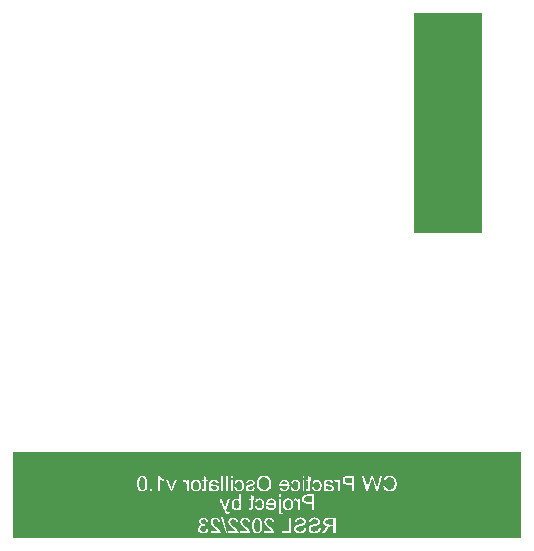
<source format=gbr>
%TF.GenerationSoftware,Altium Limited,Altium Designer,20.0.10 (225)*%
G04 Layer_Color=32896*
%FSLAX26Y26*%
%MOIN*%
%TF.FileFunction,Legend,Bot*%
%TF.Part,Single*%
G01*
G75*
%TA.AperFunction,NonConductor*%
%ADD32R,0.230000X0.735000*%
G36*
X5010000Y1189939D02*
D01*
Y1113292D01*
X4216038D01*
X5010000D01*
Y1035000D01*
X3315000D01*
Y1113292D01*
D01*
Y1189939D01*
D01*
Y1321262D01*
X5010000D01*
Y1189939D01*
D02*
G37*
%LPC*%
G36*
X4048396Y1242110D02*
X4042070D01*
Y1232973D01*
Y1234925D01*
X4048396D01*
Y1242110D01*
D02*
G37*
G36*
X4287304Y1242110D02*
X4280978D01*
Y1232816D01*
Y1234925D01*
X4287304D01*
Y1242110D01*
D02*
G37*
G36*
X4086118Y1228833D02*
X4071363D01*
X4086118D01*
D01*
D02*
G37*
G36*
X4310890Y1240939D02*
Y1227974D01*
X4306204D01*
Y1237112D01*
X4299878Y1240939D01*
Y1227974D01*
X4293552D01*
Y1223054D01*
X4299878D01*
Y1201264D01*
Y1201186D01*
Y1200873D01*
Y1200405D01*
X4299800Y1199858D01*
X4299722Y1198687D01*
X4299644Y1198218D01*
X4299565Y1197828D01*
X4299487Y1197671D01*
X4299331Y1197359D01*
X4299019Y1196968D01*
X4298550Y1196578D01*
X4298394Y1196500D01*
X4298003Y1196422D01*
X4297301Y1196265D01*
X4296363Y1196187D01*
X4295582D01*
X4295192Y1196265D01*
X4294723D01*
X4293552Y1196422D01*
X4292693Y1190877D01*
X4292849D01*
X4293161Y1190799D01*
X4293630Y1190720D01*
X4294333Y1190642D01*
X4295036Y1190486D01*
X4295817Y1190408D01*
X4297457Y1190330D01*
X4310890D01*
Y1240939D01*
D02*
G37*
G36*
X4287304Y1233129D02*
Y1227974D01*
X4280978D01*
D01*
Y1190799D01*
X4287304D01*
Y1233129D01*
D02*
G37*
G36*
X4048396Y1232270D02*
Y1227974D01*
X4042070D01*
D01*
Y1190798D01*
X4048396D01*
Y1232270D01*
D02*
G37*
G36*
X3964438Y1240939D02*
Y1227974D01*
X3959752D01*
Y1237112D01*
X3953426Y1240939D01*
Y1227974D01*
X3947100D01*
Y1223054D01*
X3953426D01*
Y1201264D01*
Y1201186D01*
Y1200873D01*
Y1200405D01*
X3953348Y1199858D01*
X3953270Y1198687D01*
X3953192Y1198218D01*
X3953114Y1197827D01*
X3953036Y1197671D01*
X3952880Y1197359D01*
X3952567Y1196968D01*
X3952099Y1196578D01*
X3951942Y1196500D01*
X3951552Y1196422D01*
X3950849Y1196265D01*
X3949912Y1196187D01*
X3949131D01*
X3948740Y1196265D01*
X3948272D01*
X3947100Y1196422D01*
X3946241Y1190877D01*
X3946397D01*
X3946710Y1190798D01*
X3947178Y1190720D01*
X3947881Y1190642D01*
X3948584Y1190486D01*
X3949365Y1190408D01*
X3951005Y1190330D01*
X3964438D01*
Y1240939D01*
D02*
G37*
G36*
X4053863Y1225397D02*
Y1225397D01*
D01*
Y1225397D01*
D02*
G37*
G36*
X4406797Y1228833D02*
Y1227974D01*
X4401096D01*
Y1222429D01*
X4401017Y1222507D01*
X4400705Y1222976D01*
X4400315Y1223679D01*
X4399846Y1224460D01*
X4399221Y1225319D01*
X4398518Y1226178D01*
X4397893Y1226959D01*
X4397190Y1227505D01*
X4397112Y1227584D01*
X4396878Y1227740D01*
X4396488Y1227896D01*
X4395941Y1228208D01*
X4395394Y1228443D01*
X4394691Y1228599D01*
X4393910Y1228755D01*
X4393129Y1228833D01*
X4406797D01*
X4386647D01*
X4392583D01*
X4391958Y1228755D01*
X4391099Y1228599D01*
X4390162Y1228286D01*
X4389068Y1227974D01*
X4387897Y1227427D01*
X4386647Y1226725D01*
X4388912Y1220945D01*
X4388990Y1221023D01*
X4389302Y1221179D01*
X4389771Y1221414D01*
X4390318Y1221648D01*
X4391021Y1221882D01*
X4391802Y1222117D01*
X4392661Y1222273D01*
X4393520Y1222351D01*
X4393832D01*
X4394223Y1222273D01*
X4394769Y1222195D01*
X4395316Y1222039D01*
X4395941Y1221804D01*
X4396566Y1221492D01*
X4397190Y1221101D01*
X4397269Y1221023D01*
X4397425Y1220867D01*
X4397737Y1220555D01*
X4398050Y1220164D01*
X4398440Y1219696D01*
X4398831Y1219071D01*
X4399143Y1218368D01*
X4399455Y1217587D01*
X4399533Y1217431D01*
X4399612Y1217040D01*
X4399768Y1216337D01*
X4399924Y1215400D01*
X4400158Y1214307D01*
X4400315Y1213057D01*
X4400393Y1211729D01*
X4400471Y1210245D01*
Y1190799D01*
X4406797D01*
Y1228833D01*
D02*
G37*
G36*
X3901099Y1228833D02*
Y1227974D01*
X3895398D01*
Y1222429D01*
X3895320Y1222507D01*
X3895008Y1222976D01*
X3894617Y1223678D01*
X3894148Y1224459D01*
X3893524Y1225319D01*
X3892821Y1226178D01*
X3892196Y1226959D01*
X3891493Y1227505D01*
X3891415Y1227583D01*
X3891181Y1227740D01*
X3890790Y1227896D01*
X3890243Y1228208D01*
X3889697Y1228443D01*
X3888994Y1228599D01*
X3888213Y1228755D01*
X3887432Y1228833D01*
X3901099D01*
X3880950D01*
X3886885D01*
X3886260Y1228755D01*
X3885401Y1228599D01*
X3884464Y1228286D01*
X3883371Y1227974D01*
X3882199Y1227427D01*
X3880950Y1226724D01*
X3883214Y1220945D01*
X3883293Y1221023D01*
X3883605Y1221179D01*
X3884073Y1221414D01*
X3884620Y1221648D01*
X3885323Y1221882D01*
X3886104Y1222117D01*
X3886963Y1222273D01*
X3887822Y1222351D01*
X3888135D01*
X3888525Y1222273D01*
X3889072Y1222195D01*
X3889619Y1222038D01*
X3890243Y1221804D01*
X3890868Y1221492D01*
X3891493Y1221101D01*
X3891571Y1221023D01*
X3891727Y1220867D01*
X3892040Y1220554D01*
X3892352Y1220164D01*
X3892743Y1219695D01*
X3893133Y1219071D01*
X3893445Y1218368D01*
X3893758Y1217587D01*
X3893836Y1217430D01*
X3893914Y1217040D01*
X3894070Y1216337D01*
X3894227Y1215400D01*
X3894461Y1214306D01*
X3894617Y1213057D01*
X3894695Y1211729D01*
X3894773Y1210245D01*
Y1190798D01*
X3901099D01*
Y1228833D01*
D02*
G37*
G36*
X4053863Y1220945D02*
Y1220945D01*
D01*
Y1220945D01*
D02*
G37*
G36*
Y1218758D02*
Y1218680D01*
D01*
Y1218758D01*
D02*
G37*
G36*
X4385085Y1228833D02*
X4350877D01*
X4366497D01*
X4365638Y1228755D01*
X4364545Y1228677D01*
X4363295Y1228521D01*
X4361967Y1228365D01*
X4360718Y1228052D01*
X4359546Y1227662D01*
X4359390Y1227584D01*
X4359078Y1227505D01*
X4358531Y1227193D01*
X4357906Y1226881D01*
X4357203Y1226490D01*
X4356422Y1226022D01*
X4355797Y1225475D01*
X4355173Y1224850D01*
X4355095Y1224772D01*
X4354938Y1224538D01*
X4354704Y1224225D01*
X4354392Y1223679D01*
X4354079Y1223054D01*
X4353767Y1222351D01*
X4353454Y1221492D01*
X4353220Y1220555D01*
Y1220476D01*
X4353142Y1220242D01*
X4353064Y1219852D01*
X4352986Y1219227D01*
Y1218446D01*
X4352908Y1217431D01*
X4352830Y1216259D01*
Y1214775D01*
Y1206340D01*
Y1206262D01*
Y1205950D01*
Y1205481D01*
Y1204935D01*
Y1204232D01*
Y1203451D01*
X4352752Y1201654D01*
Y1199702D01*
X4352673Y1197906D01*
X4352595Y1197046D01*
Y1196344D01*
X4352517Y1195719D01*
X4352439Y1195172D01*
Y1195094D01*
X4352361Y1194782D01*
X4352283Y1194313D01*
X4352127Y1193766D01*
X4351892Y1193141D01*
X4351580Y1192361D01*
X4350877Y1190799D01*
X4357438D01*
X4357516Y1190877D01*
X4357594Y1191111D01*
X4357750Y1191580D01*
X4357984Y1192126D01*
X4358219Y1192829D01*
X4358375Y1193610D01*
X4358531Y1194469D01*
X4358687Y1195485D01*
X4358843Y1195328D01*
X4359312Y1195016D01*
X4359937Y1194469D01*
X4360874Y1193844D01*
X4361889Y1193063D01*
X4363061Y1192361D01*
X4364232Y1191736D01*
X4365482Y1191189D01*
X4365638Y1191111D01*
X4366029Y1191033D01*
X4366653Y1190799D01*
X4367512Y1190564D01*
X4368606Y1190330D01*
X4369777Y1190174D01*
X4371027Y1190017D01*
X4372431Y1189939D01*
X4372980D01*
X4373448Y1190017D01*
X4373917D01*
X4374542Y1190096D01*
X4375869Y1190330D01*
X4377431Y1190642D01*
X4378915Y1191189D01*
X4380477Y1191892D01*
X4381805Y1192907D01*
X4381961Y1193063D01*
X4382351Y1193454D01*
X4382820Y1194079D01*
X4383445Y1195016D01*
X4384070Y1196109D01*
X4384538Y1197359D01*
X4384929Y1198921D01*
X4385085Y1200561D01*
Y1201030D01*
X4385007Y1201576D01*
X4384929Y1202201D01*
X4384773Y1202982D01*
X4384616Y1203841D01*
X4384304Y1204700D01*
X4383913Y1205559D01*
X4383835Y1205638D01*
X4383679Y1205950D01*
X4383445Y1206340D01*
X4383054Y1206887D01*
X4382586Y1207434D01*
X4381961Y1208059D01*
X4381336Y1208605D01*
X4380633Y1209152D01*
X4380555Y1209230D01*
X4380243Y1209386D01*
X4379852Y1209621D01*
X4379306Y1209933D01*
X4378603Y1210323D01*
X4377900Y1210636D01*
X4377041Y1210948D01*
X4376104Y1211261D01*
X4376025D01*
X4375713Y1211339D01*
X4375323Y1211417D01*
X4374698Y1211573D01*
X4373917Y1211729D01*
X4372901Y1211886D01*
X4371808Y1212042D01*
X4370480Y1212198D01*
X4370402D01*
X4370168Y1212276D01*
X4369777D01*
X4369231Y1212354D01*
X4368606Y1212432D01*
X4367903Y1212510D01*
X4366185Y1212823D01*
X4364389Y1213135D01*
X4362514Y1213447D01*
X4360718Y1213916D01*
X4359937Y1214150D01*
X4359234Y1214385D01*
Y1214463D01*
Y1214619D01*
X4359156Y1215088D01*
Y1215634D01*
Y1215869D01*
Y1216025D01*
Y1216103D01*
Y1216181D01*
Y1216650D01*
X4359234Y1217352D01*
X4359390Y1218133D01*
X4359624Y1218993D01*
X4359937Y1219930D01*
X4360327Y1220711D01*
X4360952Y1221414D01*
X4361030Y1221492D01*
X4361421Y1221726D01*
X4361967Y1222117D01*
X4362748Y1222507D01*
X4363764Y1222898D01*
X4365013Y1223288D01*
X4366497Y1223522D01*
X4368137Y1223601D01*
X4368840D01*
X4369621Y1223522D01*
X4370636Y1223444D01*
X4371730Y1223210D01*
X4372745Y1222976D01*
X4373839Y1222585D01*
X4374698Y1222039D01*
X4374776Y1221960D01*
X4375010Y1221726D01*
X4375401Y1221336D01*
X4375869Y1220789D01*
X4376416Y1220008D01*
X4376885Y1219071D01*
X4377431Y1217899D01*
X4377822Y1216572D01*
X4383992Y1217431D01*
Y1217509D01*
X4383913Y1217587D01*
X4383835Y1218055D01*
X4383601Y1218758D01*
X4383367Y1219696D01*
X4382976Y1220711D01*
X4382508Y1221726D01*
X4381961Y1222820D01*
X4381258Y1223757D01*
X4381180Y1223835D01*
X4380868Y1224147D01*
X4380477Y1224616D01*
X4379852Y1225162D01*
X4379071Y1225709D01*
X4378056Y1226334D01*
X4376963Y1226959D01*
X4375713Y1227505D01*
X4375635D01*
X4375557Y1227584D01*
X4375323Y1227662D01*
X4375088Y1227740D01*
X4374307Y1227896D01*
X4373292Y1228208D01*
X4372042Y1228443D01*
X4370636Y1228599D01*
X4368996Y1228755D01*
X4367278Y1228833D01*
X4385085D01*
D02*
G37*
G36*
X4002785Y1228833D02*
X3968578D01*
X3984198D01*
X3983339Y1228755D01*
X3982245Y1228677D01*
X3980996Y1228521D01*
X3979668Y1228364D01*
X3978418Y1228052D01*
X3977247Y1227662D01*
X3977091Y1227583D01*
X3976778Y1227505D01*
X3976231Y1227193D01*
X3975607Y1226881D01*
X3974904Y1226490D01*
X3974123Y1226022D01*
X3973498Y1225475D01*
X3972873Y1224850D01*
X3972795Y1224772D01*
X3972639Y1224538D01*
X3972405Y1224225D01*
X3972092Y1223678D01*
X3971780Y1223054D01*
X3971467Y1222351D01*
X3971155Y1221492D01*
X3970921Y1220554D01*
Y1220476D01*
X3970843Y1220242D01*
X3970765Y1219852D01*
X3970686Y1219227D01*
Y1218446D01*
X3970608Y1217430D01*
X3970530Y1216259D01*
Y1214775D01*
Y1206340D01*
Y1206262D01*
Y1205950D01*
Y1205481D01*
Y1204935D01*
Y1204232D01*
Y1203451D01*
X3970452Y1201654D01*
Y1199702D01*
X3970374Y1197906D01*
X3970296Y1197046D01*
Y1196343D01*
X3970218Y1195719D01*
X3970140Y1195172D01*
Y1195094D01*
X3970062Y1194782D01*
X3969983Y1194313D01*
X3969827Y1193766D01*
X3969593Y1193141D01*
X3969281Y1192360D01*
X3968578Y1190798D01*
D01*
X3975138D01*
X3975216Y1190877D01*
X3975294Y1191111D01*
X3975450Y1191579D01*
X3975685Y1192126D01*
X3975919Y1192829D01*
X3976075Y1193610D01*
X3976231Y1194469D01*
X3976388Y1195484D01*
X3976544Y1195328D01*
X3977012Y1195016D01*
X3977637Y1194469D01*
X3978575Y1193844D01*
X3979590Y1193063D01*
X3980761Y1192360D01*
X3981933Y1191736D01*
X3983182Y1191189D01*
X3983339Y1191111D01*
X3983729Y1191033D01*
X3984354Y1190798D01*
X3985213Y1190564D01*
X3986306Y1190330D01*
X3987478Y1190174D01*
X3988727Y1190017D01*
X3990130Y1189939D01*
X3990681D01*
X3991149Y1190017D01*
X3991617D01*
X3992242Y1190095D01*
X3993570Y1190330D01*
X3995132Y1190642D01*
X3996616Y1191189D01*
X3998178Y1191892D01*
X3999505Y1192907D01*
X3999662Y1193063D01*
X4000052Y1193454D01*
X4000521Y1194079D01*
X4001145Y1195016D01*
X4001770Y1196109D01*
X4002239Y1197359D01*
X4002629Y1198921D01*
X4002785Y1200561D01*
Y1201030D01*
Y1201030D01*
X4002707Y1201576D01*
X4002629Y1202201D01*
X4002473Y1202982D01*
X4002317Y1203841D01*
X4002005Y1204700D01*
X4001614Y1205559D01*
X4001536Y1205637D01*
X4001380Y1205950D01*
X4001145Y1206340D01*
X4000755Y1206887D01*
X4000286Y1207434D01*
X3999662Y1208059D01*
X3999037Y1208605D01*
X3998334Y1209152D01*
X3998256Y1209230D01*
X3997943Y1209386D01*
X3997553Y1209620D01*
X3997006Y1209933D01*
X3996303Y1210323D01*
X3995600Y1210636D01*
X3994741Y1210948D01*
X3993804Y1211261D01*
X3993726D01*
X3993414Y1211339D01*
X3993023Y1211417D01*
X3992398Y1211573D01*
X3991617Y1211729D01*
X3990602Y1211885D01*
X3989508Y1212042D01*
X3988181Y1212198D01*
X3988103D01*
X3987868Y1212276D01*
X3987478D01*
X3986931Y1212354D01*
X3986306Y1212432D01*
X3985604Y1212510D01*
X3983885Y1212823D01*
X3982089Y1213135D01*
X3980215Y1213447D01*
X3978418Y1213916D01*
X3977637Y1214150D01*
X3976934Y1214385D01*
Y1214463D01*
Y1214619D01*
X3976856Y1215088D01*
Y1215634D01*
Y1215869D01*
Y1216025D01*
Y1216103D01*
Y1216181D01*
Y1216649D01*
X3976934Y1217352D01*
X3977091Y1218133D01*
X3977325Y1218993D01*
X3977637Y1219930D01*
X3978028Y1220711D01*
X3978653Y1221414D01*
X3978731Y1221492D01*
X3979121Y1221726D01*
X3979668Y1222117D01*
X3980449Y1222507D01*
X3981464Y1222898D01*
X3982714Y1223288D01*
X3984198Y1223522D01*
X3985838Y1223600D01*
X3986541D01*
X3987322Y1223522D01*
X3988337Y1223444D01*
X3989430Y1223210D01*
X3990446Y1222976D01*
X3991539Y1222585D01*
X3992398Y1222038D01*
X3992476Y1221960D01*
X3992711Y1221726D01*
X3993101Y1221335D01*
X3993570Y1220789D01*
X3994116Y1220008D01*
X3994585Y1219071D01*
X3995132Y1217899D01*
X3995522Y1216571D01*
X4001692Y1217430D01*
Y1217509D01*
X4001614Y1217587D01*
X4001536Y1218055D01*
X4001302Y1218758D01*
X4001067Y1219695D01*
X4000677Y1220711D01*
X4000208Y1221726D01*
X3999662Y1222819D01*
X3998959Y1223757D01*
X3998881Y1223835D01*
X3998568Y1224147D01*
X3998178Y1224616D01*
X3997553Y1225162D01*
X3996772Y1225709D01*
X3995756Y1226334D01*
X3994663Y1226959D01*
X3993414Y1227505D01*
X3993335D01*
X3993257Y1227583D01*
X3993023Y1227662D01*
X3992789Y1227740D01*
X3992008Y1227896D01*
X3990992Y1228208D01*
X3989743Y1228443D01*
X3988337Y1228599D01*
X3986697Y1228755D01*
X3984979Y1228833D01*
X4002785D01*
D02*
G37*
G36*
X4152581Y1242969D02*
X4128058Y1242969D01*
X4151878D01*
X4151410Y1242891D01*
X4150785D01*
X4150004Y1242813D01*
X4149223Y1242657D01*
X4148286Y1242579D01*
X4146333Y1242110D01*
X4144146Y1241485D01*
X4141960Y1240704D01*
X4140866Y1240158D01*
X4139773Y1239533D01*
X4139695D01*
X4139539Y1239377D01*
X4139226Y1239220D01*
X4138836Y1238908D01*
X4138367Y1238596D01*
X4137820Y1238127D01*
X4136571Y1237112D01*
X4135165Y1235784D01*
X4133681Y1234144D01*
X4132353Y1232270D01*
X4131104Y1230083D01*
Y1230005D01*
X4130948Y1229770D01*
X4130791Y1229458D01*
X4130635Y1228989D01*
X4130401Y1228443D01*
X4130167Y1227740D01*
X4129854Y1226959D01*
X4129542Y1226100D01*
X4129307Y1225084D01*
X4128995Y1224069D01*
X4128526Y1221726D01*
X4128214Y1219149D01*
X4128058Y1216337D01*
Y1216962D01*
Y1215556D01*
X4128136Y1215009D01*
Y1214306D01*
X4128214Y1213525D01*
X4128292Y1212666D01*
X4128448Y1211651D01*
X4128839Y1209464D01*
X4129386Y1207121D01*
X4130167Y1204700D01*
X4131260Y1202357D01*
Y1202279D01*
X4131416Y1202123D01*
X4131572Y1201811D01*
X4131807Y1201342D01*
X4132197Y1200873D01*
X4132588Y1200248D01*
X4133525Y1198921D01*
X4134775Y1197437D01*
X4136337Y1195875D01*
X4138133Y1194391D01*
X4140163Y1193063D01*
X4140242D01*
X4140398Y1192907D01*
X4140710Y1192751D01*
X4141179Y1192595D01*
X4141725Y1192360D01*
X4142350Y1192048D01*
X4143053Y1191814D01*
X4143912Y1191501D01*
X4145708Y1190955D01*
X4147817Y1190408D01*
X4150160Y1190095D01*
X4152579Y1189939D01*
X4153285D01*
X4153831Y1190017D01*
X4154456D01*
X4155159Y1190096D01*
X4156018Y1190252D01*
X4156955Y1190408D01*
X4158907Y1190799D01*
X4161094Y1191423D01*
X4163359Y1192282D01*
X4164453Y1192751D01*
X4165546Y1193376D01*
X4165624Y1193454D01*
X4165780Y1193532D01*
X4166093Y1193766D01*
X4166483Y1194001D01*
X4166952Y1194391D01*
X4167498Y1194782D01*
X4168748Y1195875D01*
X4170154Y1197281D01*
X4171638Y1198843D01*
X4172965Y1200795D01*
X4174215Y1202904D01*
Y1202982D01*
X4174371Y1203216D01*
X4174449Y1203529D01*
X4174684Y1203997D01*
X4174918Y1204544D01*
X4175152Y1205169D01*
X4175386Y1205950D01*
X4175621Y1206809D01*
X4175933Y1207746D01*
X4176167Y1208683D01*
X4176636Y1210870D01*
X4176949Y1213213D01*
X4177105Y1215712D01*
Y1190252D01*
Y1216259D01*
X4177027Y1216962D01*
Y1217821D01*
X4176870Y1218915D01*
X4176714Y1220164D01*
X4176558Y1221492D01*
X4176246Y1223054D01*
X4175855Y1224616D01*
X4175465Y1226256D01*
X4174918Y1227896D01*
X4174215Y1229536D01*
X4173434Y1231176D01*
X4172575Y1232816D01*
X4171481Y1234300D01*
X4170310Y1235706D01*
X4170232Y1235784D01*
X4169998Y1236018D01*
X4169607Y1236409D01*
X4169060Y1236878D01*
X4168358Y1237424D01*
X4167577Y1237971D01*
X4166639Y1238674D01*
X4165546Y1239377D01*
X4164296Y1240002D01*
X4162969Y1240704D01*
X4161485Y1241251D01*
X4159923Y1241876D01*
X4158283Y1242266D01*
X4156486Y1242657D01*
X4154534Y1242891D01*
X4152581Y1242969D01*
D02*
G37*
G36*
X3746774Y1242344D02*
X3746071D01*
X3745290Y1242266D01*
X3744353Y1242110D01*
X3743259Y1241954D01*
X3742010Y1241641D01*
X3740760Y1241173D01*
X3739588Y1240626D01*
X3739432Y1240548D01*
X3739042Y1240314D01*
X3738495Y1239923D01*
X3737714Y1239455D01*
X3736933Y1238752D01*
X3736074Y1237893D01*
X3735215Y1236956D01*
X3734434Y1235862D01*
X3734356Y1235706D01*
X3734122Y1235315D01*
X3733731Y1234612D01*
X3733262Y1233753D01*
X3732794Y1232660D01*
X3732247Y1231332D01*
X3731700Y1229848D01*
X3731232Y1228208D01*
Y1228130D01*
X3731154Y1227974D01*
Y1227740D01*
X3731076Y1227349D01*
X3730919Y1226959D01*
X3730841Y1226412D01*
X3730763Y1225709D01*
X3730607Y1225006D01*
X3730529Y1224147D01*
X3730451Y1223288D01*
X3730295Y1222273D01*
X3730216Y1221179D01*
X3730138Y1220008D01*
Y1218836D01*
X3730060Y1216103D01*
D01*
Y1214619D01*
X3730138Y1213838D01*
Y1212979D01*
X3730216Y1211964D01*
X3730295Y1210870D01*
X3730529Y1208527D01*
X3730841Y1206106D01*
X3731310Y1203685D01*
X3731622Y1202591D01*
X3731935Y1201498D01*
Y1201420D01*
X3732013Y1201264D01*
X3732091Y1200951D01*
X3732247Y1200561D01*
X3732481Y1200092D01*
X3732716Y1199624D01*
X3733340Y1198374D01*
X3734122Y1196968D01*
X3735059Y1195562D01*
X3736152Y1194157D01*
X3737480Y1192907D01*
X3737558D01*
X3737636Y1192751D01*
X3737870Y1192673D01*
X3738105Y1192438D01*
X3738964Y1191970D01*
X3739979Y1191423D01*
X3741385Y1190877D01*
X3742947Y1190408D01*
X3744743Y1190095D01*
X3746771Y1189939D01*
X3747478D01*
X3748023Y1190017D01*
X3748648Y1190095D01*
X3749351Y1190252D01*
X3750132Y1190408D01*
X3750991Y1190564D01*
X3752865Y1191189D01*
X3753881Y1191658D01*
X3754818Y1192126D01*
X3755833Y1192751D01*
X3756771Y1193454D01*
X3757630Y1194235D01*
X3758489Y1195172D01*
X3758567Y1195250D01*
X3758723Y1195484D01*
X3758957Y1195875D01*
X3759270Y1196422D01*
X3759660Y1197124D01*
X3760051Y1197984D01*
X3760519Y1198999D01*
X3760988Y1200248D01*
X3761456Y1201576D01*
X3761925Y1203138D01*
X3762316Y1204856D01*
X3762706Y1206731D01*
X3763019Y1208840D01*
X3763253Y1211026D01*
X3763409Y1213525D01*
X3763487Y1216103D01*
Y1190017D01*
Y1217587D01*
X3763409Y1218368D01*
Y1219227D01*
X3763331Y1220242D01*
X3763253Y1221335D01*
X3763019Y1223678D01*
X3762706Y1226100D01*
X3762316Y1228521D01*
X3762003Y1229614D01*
X3761691Y1230707D01*
Y1230786D01*
X3761613Y1230942D01*
X3761456Y1231254D01*
X3761300Y1231645D01*
X3761144Y1232113D01*
X3760910Y1232660D01*
X3760285Y1233910D01*
X3759504Y1235315D01*
X3758567Y1236721D01*
X3757473Y1238049D01*
X3756146Y1239299D01*
X3756068D01*
X3755990Y1239455D01*
X3755755Y1239611D01*
X3755443Y1239767D01*
X3754662Y1240236D01*
X3753568Y1240861D01*
X3752241Y1241407D01*
X3750601Y1241876D01*
X3748804Y1242188D01*
X3746774Y1242344D01*
D02*
G37*
G36*
X4053863Y1214541D02*
Y1214463D01*
D01*
Y1214541D01*
D02*
G37*
G36*
Y1206340D02*
Y1206340D01*
D01*
Y1206340D01*
D02*
G37*
G36*
X4122669Y1228833D02*
X4107283D01*
X4106424Y1228755D01*
X4105409Y1228677D01*
X4104159Y1228521D01*
X4102910Y1228286D01*
X4101582Y1227974D01*
X4100332Y1227505D01*
X4100254D01*
X4100176Y1227427D01*
X4099786Y1227271D01*
X4099161Y1226959D01*
X4098458Y1226646D01*
X4097677Y1226100D01*
X4096818Y1225553D01*
X4096037Y1224850D01*
X4095412Y1224069D01*
X4095334Y1223991D01*
X4095178Y1223678D01*
X4094865Y1223210D01*
X4094475Y1222585D01*
X4094162Y1221804D01*
X4093772Y1220789D01*
X4093460Y1219695D01*
X4093147Y1218446D01*
X4099317Y1217587D01*
Y1217743D01*
X4099395Y1218055D01*
X4099551Y1218602D01*
X4099786Y1219227D01*
X4100098Y1219930D01*
X4100567Y1220633D01*
X4101113Y1221414D01*
X4101816Y1222038D01*
X4101894Y1222117D01*
X4102207Y1222273D01*
X4102675Y1222585D01*
X4103300Y1222898D01*
X4104081Y1223132D01*
X4105096Y1223444D01*
X4106190Y1223600D01*
X4107518Y1223678D01*
X4108221D01*
X4109002Y1223600D01*
X4109939Y1223522D01*
X4110954Y1223288D01*
X4111969Y1223054D01*
X4112985Y1222663D01*
X4113766Y1222195D01*
X4113844Y1222117D01*
X4114078Y1221960D01*
X4114312Y1221648D01*
X4114625Y1221257D01*
X4115015Y1220789D01*
X4115249Y1220164D01*
X4115484Y1219539D01*
X4115562Y1218836D01*
Y1218758D01*
Y1218602D01*
X4115484Y1218368D01*
Y1218055D01*
X4115249Y1217352D01*
X4114859Y1216571D01*
X4114781Y1216493D01*
X4114703Y1216415D01*
X4114234Y1216025D01*
X4113922Y1215712D01*
X4113531Y1215478D01*
X4112985Y1215166D01*
X4112438Y1214931D01*
X4112360D01*
X4112204Y1214853D01*
X4111891Y1214775D01*
X4111345Y1214619D01*
X4110642Y1214385D01*
X4109626Y1214072D01*
X4108377Y1213760D01*
X4107674Y1213525D01*
X4106815Y1213291D01*
X4106737D01*
X4106502Y1213213D01*
X4106190Y1213135D01*
X4105721Y1212979D01*
X4105175Y1212823D01*
X4104550Y1212666D01*
X4103144Y1212276D01*
X4101582Y1211807D01*
X4100020Y1211261D01*
X4098614Y1210792D01*
X4097989Y1210558D01*
X4097443Y1210323D01*
X4097287Y1210245D01*
X4096974Y1210089D01*
X4096506Y1209855D01*
X4095959Y1209542D01*
X4095256Y1209074D01*
X4094553Y1208449D01*
X4093928Y1207824D01*
X4093303Y1207043D01*
X4093225Y1206965D01*
X4093069Y1206653D01*
X4092835Y1206184D01*
X4092522Y1205559D01*
X4092210Y1204778D01*
X4091976Y1203841D01*
X4091820Y1202826D01*
X4091741Y1201654D01*
Y1201733D01*
Y1201654D01*
Y1189939D01*
Y1201108D01*
X4091820Y1200483D01*
X4091976Y1199780D01*
X4092210Y1198843D01*
X4092522Y1197827D01*
X4092991Y1196812D01*
X4093616Y1195719D01*
X4093694Y1195562D01*
X4093928Y1195250D01*
X4094397Y1194782D01*
X4095022Y1194157D01*
X4095724Y1193454D01*
X4096662Y1192751D01*
X4097755Y1192048D01*
X4099005Y1191423D01*
X4099161Y1191345D01*
X4099630Y1191189D01*
X4100332Y1190955D01*
X4101270Y1190720D01*
X4102441Y1190408D01*
X4103769Y1190174D01*
X4105253Y1190017D01*
X4106811Y1189939D01*
X4107519D01*
X4107986Y1190017D01*
X4108611D01*
X4109314Y1190095D01*
X4110954Y1190330D01*
X4112750Y1190642D01*
X4114547Y1191189D01*
X4116343Y1191892D01*
X4117124Y1192360D01*
X4117905Y1192907D01*
X4117983D01*
X4118061Y1193063D01*
X4118530Y1193454D01*
X4119154Y1194157D01*
X4119935Y1195172D01*
X4120717Y1196422D01*
X4121498Y1197984D01*
X4122200Y1199780D01*
X4122669Y1201889D01*
X4116421Y1202904D01*
Y1202826D01*
Y1202748D01*
X4116343Y1202279D01*
X4116109Y1201576D01*
X4115874Y1200717D01*
X4115484Y1199780D01*
X4115015Y1198843D01*
X4114312Y1197906D01*
X4113531Y1197046D01*
X4113453Y1196968D01*
X4113063Y1196734D01*
X4112516Y1196422D01*
X4111813Y1196109D01*
X4110798Y1195719D01*
X4109704Y1195406D01*
X4108299Y1195172D01*
X4106815Y1195094D01*
X4106112D01*
X4105331Y1195172D01*
X4104394Y1195328D01*
X4103300Y1195484D01*
X4102207Y1195797D01*
X4101191Y1196265D01*
X4100332Y1196812D01*
X4100254Y1196890D01*
X4100020Y1197124D01*
X4099630Y1197515D01*
X4099239Y1197984D01*
X4098927Y1198608D01*
X4098536Y1199389D01*
X4098302Y1200170D01*
X4098224Y1201030D01*
Y1201108D01*
Y1201420D01*
X4098302Y1201732D01*
X4098458Y1202279D01*
X4098692Y1202748D01*
X4099005Y1203372D01*
X4099473Y1203919D01*
X4100098Y1204388D01*
X4100176Y1204466D01*
X4100410Y1204544D01*
X4100801Y1204700D01*
X4101426Y1205013D01*
X4102285Y1205247D01*
X4103378Y1205637D01*
X4104081Y1205872D01*
X4104784Y1206028D01*
X4105643Y1206262D01*
X4106580Y1206496D01*
X4106658D01*
X4106893Y1206575D01*
X4107205Y1206653D01*
X4107674Y1206809D01*
X4108299Y1206965D01*
X4108923Y1207121D01*
X4110407Y1207590D01*
X4111969Y1208059D01*
X4113609Y1208527D01*
X4115093Y1209074D01*
X4115718Y1209308D01*
X4116265Y1209542D01*
X4116343Y1209620D01*
X4116733Y1209777D01*
X4117202Y1210089D01*
X4117749Y1210480D01*
X4118452Y1210948D01*
X4119076Y1211573D01*
X4119779Y1212276D01*
X4120326Y1213057D01*
X4120404Y1213135D01*
X4120560Y1213447D01*
X4120717Y1213916D01*
X4120951Y1214541D01*
X4121263Y1215244D01*
X4121419Y1216103D01*
X4121576Y1217040D01*
X4121654Y1218055D01*
Y1218133D01*
Y1218446D01*
X4121576Y1218993D01*
X4121498Y1219539D01*
X4121419Y1220242D01*
X4121185Y1221023D01*
X4120951Y1221882D01*
X4120560Y1222663D01*
X4120482Y1222741D01*
X4120326Y1223054D01*
X4120092Y1223444D01*
X4119701Y1223913D01*
X4119311Y1224459D01*
X4118764Y1225006D01*
X4118139Y1225631D01*
X4117436Y1226178D01*
X4117358Y1226256D01*
X4117124Y1226334D01*
X4116811Y1226568D01*
X4116343Y1226803D01*
X4115796Y1227115D01*
X4115093Y1227427D01*
X4114312Y1227740D01*
X4113453Y1228052D01*
X4113297D01*
X4112985Y1228208D01*
X4112516Y1228286D01*
X4111813Y1228443D01*
X4110954Y1228599D01*
X4110095Y1228677D01*
X4109080Y1228833D01*
X4122669D01*
D02*
G37*
G36*
X4545971Y1242110D02*
X4539020D01*
X4531288Y1208371D01*
Y1208293D01*
X4531210Y1208137D01*
X4531132Y1207824D01*
X4531054Y1207512D01*
X4530976Y1206965D01*
X4530820Y1206418D01*
X4530507Y1205091D01*
X4530195Y1203529D01*
X4529804Y1201733D01*
X4529492Y1199858D01*
X4529101Y1197906D01*
Y1197984D01*
X4529023Y1198296D01*
X4528945Y1198687D01*
X4528789Y1199233D01*
X4528633Y1199858D01*
X4528477Y1200561D01*
X4528008Y1202201D01*
X4527618Y1203841D01*
X4527227Y1205403D01*
X4527071Y1206028D01*
X4526915Y1206653D01*
X4526837Y1207121D01*
X4526758Y1207434D01*
X4516996Y1242110D01*
X4507520D01*
X4508795D01*
X4501454Y1216103D01*
Y1216025D01*
X4501298Y1215634D01*
X4501220Y1215166D01*
X4500985Y1214463D01*
X4500829Y1213604D01*
X4500517Y1212588D01*
X4500283Y1211417D01*
X4499970Y1210167D01*
X4499658Y1208840D01*
X4499345Y1207434D01*
X4498642Y1204310D01*
X4498018Y1201108D01*
X4497471Y1197906D01*
Y1197984D01*
X4497393Y1198140D01*
Y1198374D01*
X4497315Y1198765D01*
X4497158Y1199233D01*
X4497080Y1199780D01*
X4496924Y1200405D01*
X4496768Y1201108D01*
X4496377Y1202748D01*
X4495987Y1204700D01*
X4495440Y1206809D01*
X4494894Y1209074D01*
X4486927Y1242110D01*
X4480055D01*
X4494034Y1190799D01*
X4480055D01*
D01*
X4545971D01*
X4532538D01*
X4545971Y1242110D01*
D02*
G37*
G36*
X4594940Y1242969D02*
X4549642D01*
X4570026D01*
X4569479Y1242891D01*
X4568854Y1242813D01*
X4568073Y1242735D01*
X4567214Y1242657D01*
X4566277Y1242501D01*
X4564246Y1242032D01*
X4562060Y1241329D01*
X4560966Y1240861D01*
X4559873Y1240314D01*
X4558858Y1239689D01*
X4557842Y1238986D01*
X4557764Y1238908D01*
X4557608Y1238830D01*
X4557374Y1238596D01*
X4556983Y1238283D01*
X4556593Y1237893D01*
X4556046Y1237346D01*
X4555499Y1236799D01*
X4554953Y1236175D01*
X4554328Y1235394D01*
X4553781Y1234613D01*
X4553156Y1233675D01*
X4552531Y1232660D01*
X4551985Y1231645D01*
X4551438Y1230473D01*
X4550501Y1227974D01*
X4557217Y1226412D01*
Y1226490D01*
X4557296Y1226646D01*
X4557374Y1226959D01*
X4557530Y1227349D01*
X4557764Y1227818D01*
X4557998Y1228365D01*
X4558545Y1229536D01*
X4559248Y1230864D01*
X4560185Y1232270D01*
X4561200Y1233519D01*
X4562450Y1234613D01*
X4562606Y1234691D01*
X4563075Y1235003D01*
X4563778Y1235394D01*
X4564793Y1235940D01*
X4565965Y1236409D01*
X4567449Y1236799D01*
X4569089Y1237112D01*
X4570963Y1237190D01*
X4571510D01*
X4571900Y1237112D01*
X4572447D01*
X4572994Y1237034D01*
X4574399Y1236799D01*
X4575961Y1236487D01*
X4577601Y1235940D01*
X4579242Y1235237D01*
X4580804Y1234300D01*
X4580882D01*
X4580960Y1234144D01*
X4581428Y1233754D01*
X4582131Y1233129D01*
X4582990Y1232270D01*
X4583850Y1231176D01*
X4584787Y1229927D01*
X4585646Y1228365D01*
X4586349Y1226646D01*
Y1226568D01*
X4586427Y1226412D01*
X4586505Y1226178D01*
X4586583Y1225787D01*
X4586739Y1225397D01*
X4586817Y1224850D01*
X4587130Y1223601D01*
X4587442Y1222117D01*
X4587676Y1220476D01*
X4587833Y1218680D01*
X4587911Y1216806D01*
Y1216728D01*
Y1216493D01*
Y1216181D01*
Y1215712D01*
X4587833Y1215166D01*
Y1214463D01*
X4587755Y1213760D01*
X4587676Y1212979D01*
X4587442Y1211183D01*
X4587130Y1209230D01*
X4586661Y1207278D01*
X4586036Y1205403D01*
Y1205325D01*
X4585958Y1205169D01*
X4585802Y1204935D01*
X4585646Y1204622D01*
X4585255Y1203685D01*
X4584631Y1202670D01*
X4583771Y1201420D01*
X4582756Y1200249D01*
X4581585Y1199077D01*
X4580179Y1198062D01*
X4580101D01*
X4580023Y1197984D01*
X4579788Y1197828D01*
X4579476Y1197671D01*
X4578617Y1197359D01*
X4577523Y1196890D01*
X4576274Y1196500D01*
X4574790Y1196109D01*
X4573150Y1195797D01*
X4571432Y1195719D01*
X4570885D01*
X4570494Y1195797D01*
X4570026D01*
X4569401Y1195875D01*
X4568073Y1196109D01*
X4566589Y1196500D01*
X4564949Y1197125D01*
X4563387Y1197906D01*
X4561825Y1198999D01*
X4561747Y1199077D01*
X4561669Y1199155D01*
X4561200Y1199624D01*
X4560498Y1200405D01*
X4559639Y1201420D01*
X4558779Y1202826D01*
X4557842Y1204466D01*
X4557061Y1206497D01*
X4556436Y1208762D01*
X4549642Y1207043D01*
Y1206965D01*
X4549720Y1206653D01*
X4549876Y1206262D01*
X4550032Y1205638D01*
X4550345Y1205013D01*
X4550657Y1204154D01*
X4550969Y1203294D01*
X4551438Y1202357D01*
X4552453Y1200249D01*
X4553859Y1198140D01*
X4555421Y1196109D01*
X4556358Y1195172D01*
X4557374Y1194313D01*
X4557452Y1194235D01*
X4557608Y1194157D01*
X4557920Y1193922D01*
X4558389Y1193610D01*
X4558936Y1193298D01*
X4559560Y1192907D01*
X4560263Y1192517D01*
X4561122Y1192126D01*
X4562060Y1191736D01*
X4563075Y1191345D01*
X4564246Y1190955D01*
X4565418Y1190642D01*
X4567995Y1190096D01*
X4569401Y1190017D01*
X4570883Y1189939D01*
X4571667D01*
X4572291Y1190017D01*
X4572994D01*
X4573775Y1190096D01*
X4574712Y1190252D01*
X4575649Y1190330D01*
X4577836Y1190799D01*
X4580101Y1191345D01*
X4582288Y1192204D01*
X4583381Y1192673D01*
X4584396Y1193298D01*
X4584474Y1193376D01*
X4584631Y1193454D01*
X4584865Y1193688D01*
X4585255Y1193922D01*
X4586193Y1194704D01*
X4587286Y1195797D01*
X4588614Y1197125D01*
X4589863Y1198843D01*
X4591191Y1200795D01*
X4592284Y1203060D01*
Y1203138D01*
X4592362Y1203373D01*
X4592519Y1203685D01*
X4592675Y1204154D01*
X4592909Y1204778D01*
X4593143Y1205481D01*
X4593378Y1206262D01*
X4593612Y1207199D01*
X4593846Y1208137D01*
X4594081Y1209230D01*
X4594549Y1211573D01*
X4594862Y1214072D01*
X4594940Y1216806D01*
Y1217587D01*
X4594862Y1218133D01*
Y1218836D01*
X4594783Y1219696D01*
X4594705Y1220555D01*
X4594549Y1221570D01*
X4594159Y1223757D01*
X4593690Y1226100D01*
X4592909Y1228521D01*
X4591894Y1230786D01*
Y1230864D01*
X4591738Y1231020D01*
X4591581Y1231332D01*
X4591347Y1231801D01*
X4591035Y1232270D01*
X4590644Y1232816D01*
X4589629Y1234144D01*
X4588457Y1235628D01*
X4586974Y1237112D01*
X4585177Y1238596D01*
X4583225Y1239845D01*
X4583147D01*
X4582990Y1240002D01*
X4582678Y1240158D01*
X4582209Y1240314D01*
X4581741Y1240548D01*
X4581116Y1240861D01*
X4580335Y1241095D01*
X4579554Y1241407D01*
X4578695Y1241720D01*
X4577758Y1241954D01*
X4575649Y1242501D01*
X4573306Y1242813D01*
X4570807Y1242969D01*
X4594940D01*
D02*
G37*
G36*
X4328150Y1228833D02*
X4327525D01*
X4327135Y1228755D01*
X4326588D01*
X4326041Y1228677D01*
X4324636Y1228443D01*
X4323074Y1228052D01*
X4321355Y1227505D01*
X4319715Y1226725D01*
X4318231Y1225709D01*
X4318153D01*
X4318075Y1225553D01*
X4317607Y1225162D01*
X4316982Y1224460D01*
X4316201Y1223522D01*
X4315342Y1222273D01*
X4314561Y1220789D01*
X4313858Y1218993D01*
X4313311Y1217040D01*
X4319403Y1216103D01*
Y1216181D01*
X4319481Y1216259D01*
X4319559Y1216728D01*
X4319793Y1217352D01*
X4320106Y1218212D01*
X4320574Y1219149D01*
X4321121Y1220086D01*
X4321746Y1220945D01*
X4322527Y1221726D01*
X4322605Y1221804D01*
X4322917Y1222039D01*
X4323386Y1222351D01*
X4324011Y1222741D01*
X4324792Y1223054D01*
X4325651Y1223366D01*
X4326744Y1223601D01*
X4327838Y1223679D01*
X4328306D01*
X4328619Y1223601D01*
X4329478Y1223522D01*
X4330571Y1223288D01*
X4331821Y1222820D01*
X4333070Y1222195D01*
X4334398Y1221414D01*
X4335023Y1220867D01*
X4335570Y1220242D01*
X4335726Y1220086D01*
X4335804Y1219852D01*
X4336038Y1219617D01*
X4336273Y1219227D01*
X4336507Y1218758D01*
X4336741Y1218212D01*
X4336975Y1217587D01*
X4337288Y1216884D01*
X4337522Y1216103D01*
X4337756Y1215166D01*
X4337991Y1214228D01*
X4338225Y1213135D01*
X4338303Y1211964D01*
X4338459Y1210714D01*
Y1209386D01*
Y1209308D01*
Y1209074D01*
Y1208683D01*
X4338381Y1208137D01*
Y1207512D01*
X4338303Y1206809D01*
X4338069Y1205247D01*
X4337756Y1203451D01*
X4337288Y1201576D01*
X4336585Y1199936D01*
X4336116Y1199155D01*
X4335648Y1198452D01*
X4335492Y1198296D01*
X4335101Y1197906D01*
X4334476Y1197359D01*
X4333617Y1196812D01*
X4332602Y1196187D01*
X4331274Y1195641D01*
X4329868Y1195250D01*
X4329087Y1195172D01*
X4328228Y1195094D01*
X4327603D01*
X4326900Y1195250D01*
X4326041Y1195406D01*
X4325104Y1195641D01*
X4324011Y1196031D01*
X4322995Y1196578D01*
X4322058Y1197359D01*
X4321980Y1197437D01*
X4321668Y1197828D01*
X4321199Y1198296D01*
X4320731Y1199077D01*
X4320184Y1200092D01*
X4319637Y1201264D01*
X4319169Y1202748D01*
X4318856Y1204388D01*
X4312686Y1203529D01*
Y1203451D01*
X4312764Y1203216D01*
X4312842Y1202904D01*
X4312921Y1202514D01*
X4313077Y1201967D01*
X4313233Y1201342D01*
X4313702Y1199858D01*
X4314404Y1198296D01*
X4315342Y1196578D01*
X4316513Y1195016D01*
X4317919Y1193532D01*
X4317997D01*
X4318075Y1193376D01*
X4318310Y1193220D01*
X4318622Y1192985D01*
X4319091Y1192673D01*
X4319559Y1192361D01*
X4320731Y1191736D01*
X4322215Y1191111D01*
X4324011Y1190486D01*
X4325963Y1190096D01*
X4327057Y1190017D01*
X4328148Y1189939D01*
X4328854D01*
X4329400Y1190017D01*
X4330025Y1190096D01*
X4330806Y1190174D01*
X4331587Y1190330D01*
X4332524Y1190564D01*
X4334476Y1191111D01*
X4335492Y1191580D01*
X4336507Y1192048D01*
X4337522Y1192595D01*
X4338459Y1193220D01*
X4339396Y1194001D01*
X4340334Y1194860D01*
X4340412Y1194938D01*
X4340568Y1195094D01*
X4340724Y1195406D01*
X4341037Y1195797D01*
X4341427Y1196344D01*
X4341818Y1196968D01*
X4342208Y1197671D01*
X4342599Y1198530D01*
X4343067Y1199468D01*
X4343458Y1200561D01*
X4343848Y1201733D01*
X4344239Y1203060D01*
X4344551Y1204388D01*
X4344707Y1205950D01*
X4344864Y1207512D01*
X4344942Y1209230D01*
Y1210245D01*
X4344864Y1210792D01*
Y1211339D01*
X4344707Y1212823D01*
X4344473Y1214463D01*
X4344083Y1216181D01*
X4343614Y1218055D01*
X4342989Y1219774D01*
Y1219852D01*
X4342911Y1220008D01*
X4342755Y1220242D01*
X4342599Y1220555D01*
X4342130Y1221336D01*
X4341505Y1222351D01*
X4340646Y1223444D01*
X4339631Y1224538D01*
X4338381Y1225631D01*
X4336975Y1226568D01*
X4336897D01*
X4336819Y1226646D01*
X4336585Y1226803D01*
X4336273Y1226959D01*
X4335413Y1227271D01*
X4334320Y1227740D01*
X4333070Y1228130D01*
X4331508Y1228521D01*
X4329868Y1228755D01*
X4328150Y1228833D01*
D02*
G37*
G36*
X4256454D02*
X4255829D01*
X4255439Y1228755D01*
X4254892D01*
X4254346Y1228677D01*
X4252940Y1228443D01*
X4251378Y1228052D01*
X4249660Y1227505D01*
X4248020Y1226725D01*
X4246536Y1225709D01*
X4246458D01*
X4246379Y1225553D01*
X4245911Y1225162D01*
X4245286Y1224460D01*
X4244505Y1223522D01*
X4243646Y1222273D01*
X4242865Y1220789D01*
X4242162Y1218993D01*
X4241615Y1217040D01*
X4247707Y1216103D01*
Y1216181D01*
X4247785Y1216259D01*
X4247863Y1216728D01*
X4248098Y1217352D01*
X4248410Y1218212D01*
X4248879Y1219149D01*
X4249425Y1220086D01*
X4250050Y1220945D01*
X4250831Y1221726D01*
X4250909Y1221804D01*
X4251222Y1222039D01*
X4251690Y1222351D01*
X4252315Y1222741D01*
X4253096Y1223054D01*
X4253955Y1223366D01*
X4255048Y1223601D01*
X4256142Y1223679D01*
X4256610D01*
X4256923Y1223601D01*
X4257782Y1223522D01*
X4258875Y1223288D01*
X4260125Y1222820D01*
X4261375Y1222195D01*
X4262702Y1221414D01*
X4263327Y1220867D01*
X4263874Y1220242D01*
X4264030Y1220086D01*
X4264108Y1219852D01*
X4264342Y1219617D01*
X4264577Y1219227D01*
X4264811Y1218758D01*
X4265045Y1218212D01*
X4265280Y1217587D01*
X4265592Y1216884D01*
X4265826Y1216103D01*
X4266061Y1215166D01*
X4266295Y1214228D01*
X4266529Y1213135D01*
X4266607Y1211964D01*
X4266764Y1210714D01*
Y1209386D01*
Y1209308D01*
Y1209074D01*
Y1208683D01*
X4266685Y1208137D01*
Y1207512D01*
X4266607Y1206809D01*
X4266373Y1205247D01*
X4266061Y1203451D01*
X4265592Y1201576D01*
X4264889Y1199936D01*
X4264421Y1199155D01*
X4263952Y1198452D01*
X4263796Y1198296D01*
X4263405Y1197906D01*
X4262780Y1197359D01*
X4261921Y1196812D01*
X4260906Y1196187D01*
X4259578Y1195641D01*
X4258172Y1195250D01*
X4257391Y1195172D01*
X4256532Y1195094D01*
X4255908D01*
X4255205Y1195250D01*
X4254346Y1195406D01*
X4253408Y1195641D01*
X4252315Y1196031D01*
X4251300Y1196578D01*
X4250363Y1197359D01*
X4250284Y1197437D01*
X4249972Y1197828D01*
X4249503Y1198296D01*
X4249035Y1199077D01*
X4248488Y1200092D01*
X4247941Y1201264D01*
X4247473Y1202748D01*
X4247160Y1204388D01*
X4240990Y1203529D01*
Y1204388D01*
Y1203451D01*
X4241069Y1203216D01*
X4241147Y1202904D01*
X4241225Y1202514D01*
X4241381Y1201967D01*
X4241537Y1201342D01*
X4242006Y1199858D01*
X4242709Y1198296D01*
X4243646Y1196578D01*
X4244817Y1195016D01*
X4246223Y1193532D01*
X4246301D01*
X4246379Y1193376D01*
X4246614Y1193220D01*
X4246926Y1192985D01*
X4247395Y1192673D01*
X4247863Y1192361D01*
X4249035Y1191736D01*
X4250519Y1191111D01*
X4252315Y1190486D01*
X4254267Y1190096D01*
X4255361Y1190017D01*
X4256453Y1189939D01*
X4257158D01*
X4257704Y1190017D01*
X4258329Y1190096D01*
X4259110Y1190174D01*
X4259891Y1190330D01*
X4260828Y1190564D01*
X4262780Y1191111D01*
X4263796Y1191580D01*
X4264811Y1192048D01*
X4265826Y1192595D01*
X4266764Y1193220D01*
X4267701Y1194001D01*
X4268638Y1194860D01*
X4268716Y1194938D01*
X4268872Y1195094D01*
X4269028Y1195406D01*
X4269341Y1195797D01*
X4269731Y1196344D01*
X4270122Y1196968D01*
X4270512Y1197671D01*
X4270903Y1198530D01*
X4271371Y1199468D01*
X4271762Y1200561D01*
X4272152Y1201733D01*
X4272543Y1203060D01*
X4272855Y1204388D01*
X4273011Y1205950D01*
X4273168Y1207512D01*
X4273246Y1209230D01*
Y1210245D01*
X4273168Y1210792D01*
Y1211339D01*
X4273011Y1212823D01*
X4272777Y1214463D01*
X4272387Y1216181D01*
X4271918Y1218055D01*
X4271293Y1219774D01*
Y1219852D01*
X4271215Y1220008D01*
X4271059Y1220242D01*
X4270903Y1220555D01*
X4270434Y1221336D01*
X4269809Y1222351D01*
X4268950Y1223444D01*
X4267935Y1224538D01*
X4266685Y1225631D01*
X4265280Y1226568D01*
X4265202D01*
X4265123Y1226646D01*
X4264889Y1226803D01*
X4264577Y1226959D01*
X4263718Y1227271D01*
X4262624Y1227740D01*
X4261375Y1228130D01*
X4259813Y1228521D01*
X4258172Y1228755D01*
X4256454Y1228833D01*
D02*
G37*
G36*
X4237632D02*
X4203424D01*
X4219669D01*
X4219123Y1228755D01*
X4218498Y1228677D01*
X4217717Y1228599D01*
X4216936Y1228443D01*
X4215998Y1228208D01*
X4214124Y1227584D01*
X4213109Y1227193D01*
X4212093Y1226646D01*
X4211078Y1226100D01*
X4210063Y1225397D01*
X4209126Y1224616D01*
X4208189Y1223679D01*
X4208110Y1223601D01*
X4207954Y1223444D01*
X4207720Y1223132D01*
X4207408Y1222741D01*
X4207095Y1222195D01*
X4206705Y1221570D01*
X4206236Y1220867D01*
X4205767Y1220008D01*
X4205377Y1218993D01*
X4204908Y1217977D01*
X4204518Y1216806D01*
X4204127Y1215478D01*
X4203893Y1214150D01*
X4203659Y1212667D01*
X4203502Y1211104D01*
X4203424Y1209386D01*
Y1208449D01*
X4203502Y1207746D01*
X4231150D01*
Y1207668D01*
Y1207512D01*
X4231072Y1207121D01*
Y1206731D01*
X4230994Y1206184D01*
X4230916Y1205638D01*
X4230603Y1204232D01*
X4230135Y1202748D01*
X4229588Y1201186D01*
X4228729Y1199624D01*
X4227713Y1198296D01*
X4227557Y1198140D01*
X4227167Y1197828D01*
X4226464Y1197281D01*
X4225605Y1196734D01*
X4224433Y1196109D01*
X4223106Y1195563D01*
X4221622Y1195250D01*
X4219982Y1195094D01*
X4219357D01*
X4218732Y1195172D01*
X4217951Y1195328D01*
X4217014Y1195563D01*
X4215998Y1195875D01*
X4214983Y1196265D01*
X4214046Y1196890D01*
X4213968Y1196968D01*
X4213655Y1197281D01*
X4213187Y1197671D01*
X4212640Y1198374D01*
X4212015Y1199155D01*
X4211391Y1200170D01*
X4210766Y1201420D01*
X4210141Y1202826D01*
X4203659Y1201967D01*
Y1201889D01*
X4203737Y1201733D01*
X4203815Y1201420D01*
X4203971Y1201030D01*
X4204127Y1200561D01*
X4204362Y1200014D01*
X4204986Y1198687D01*
X4205767Y1197281D01*
X4206705Y1195797D01*
X4207954Y1194313D01*
X4209360Y1193063D01*
X4209438D01*
X4209516Y1192907D01*
X4209751Y1192751D01*
X4210141Y1192595D01*
X4210532Y1192361D01*
X4211000Y1192048D01*
X4211547Y1191814D01*
X4212250Y1191501D01*
X4213734Y1190955D01*
X4215608Y1190408D01*
X4217639Y1190096D01*
X4219980Y1189939D01*
X4220764D01*
X4221309Y1190017D01*
X4222012Y1190096D01*
X4222793Y1190174D01*
X4223652Y1190330D01*
X4224668Y1190564D01*
X4226698Y1191189D01*
X4227792Y1191580D01*
X4228807Y1192048D01*
X4229900Y1192595D01*
X4230916Y1193298D01*
X4231931Y1194079D01*
X4232868Y1194938D01*
X4232946Y1195016D01*
X4233102Y1195172D01*
X4233337Y1195485D01*
X4233571Y1195875D01*
X4233962Y1196344D01*
X4234352Y1196968D01*
X4234821Y1197749D01*
X4235211Y1198609D01*
X4235680Y1199546D01*
X4236148Y1200561D01*
X4236539Y1201733D01*
X4236851Y1202982D01*
X4237164Y1204310D01*
X4237398Y1205794D01*
X4237554Y1207356D01*
X4237632Y1208996D01*
Y1209933D01*
X4237554Y1210558D01*
X4237476Y1211339D01*
X4237398Y1212276D01*
X4237242Y1213291D01*
X4237007Y1214385D01*
X4236461Y1216728D01*
X4236070Y1217899D01*
X4235602Y1219149D01*
X4235055Y1220320D01*
X4234430Y1221492D01*
X4233727Y1222585D01*
X4232868Y1223601D01*
X4232790Y1223679D01*
X4232634Y1223835D01*
X4232400Y1224069D01*
X4232009Y1224460D01*
X4231540Y1224850D01*
X4230916Y1225241D01*
X4230291Y1225709D01*
X4229510Y1226256D01*
X4228651Y1226725D01*
X4227713Y1227193D01*
X4226698Y1227584D01*
X4225527Y1228052D01*
X4224355Y1228365D01*
X4223106Y1228599D01*
X4221778Y1228755D01*
X4220372Y1228833D01*
X4237632D01*
D02*
G37*
G36*
X4069327Y1228833D02*
X4053863D01*
X4068702D01*
X4068311Y1228755D01*
X4067765D01*
X4067218Y1228677D01*
X4065812Y1228443D01*
X4064250Y1228052D01*
X4062532Y1227505D01*
X4060892Y1226724D01*
X4059408Y1225709D01*
X4059330D01*
X4059252Y1225553D01*
X4058783Y1225162D01*
X4058158Y1224459D01*
X4057377Y1223522D01*
X4056518Y1222273D01*
X4055737Y1220789D01*
X4055034Y1218993D01*
X4054488Y1217040D01*
X4060579Y1216103D01*
Y1216181D01*
X4060658Y1216259D01*
X4060736Y1216728D01*
X4060970Y1217352D01*
X4061282Y1218211D01*
X4061751Y1219149D01*
X4062298Y1220086D01*
X4062923Y1220945D01*
X4063704Y1221726D01*
X4063782Y1221804D01*
X4064094Y1222038D01*
X4064563Y1222351D01*
X4065187Y1222741D01*
X4065968Y1223054D01*
X4066827Y1223366D01*
X4067921Y1223600D01*
X4069014Y1223678D01*
X4069483D01*
X4069795Y1223600D01*
X4070654Y1223522D01*
X4071748Y1223288D01*
X4072997Y1222819D01*
X4074247Y1222195D01*
X4075575Y1221414D01*
X4076200Y1220867D01*
X4076746Y1220242D01*
X4076902Y1220086D01*
X4076981Y1219852D01*
X4077215Y1219617D01*
X4077449Y1219227D01*
X4077683Y1218758D01*
X4077918Y1218211D01*
X4078152Y1217587D01*
X4078464Y1216884D01*
X4078699Y1216103D01*
X4078933Y1215166D01*
X4079167Y1214228D01*
X4079402Y1213135D01*
X4079480Y1211964D01*
X4079636Y1210714D01*
Y1209386D01*
Y1209308D01*
Y1209074D01*
Y1208683D01*
X4079558Y1208137D01*
Y1207512D01*
X4079480Y1206809D01*
X4079245Y1205247D01*
X4078933Y1203451D01*
X4078464Y1201576D01*
X4077762Y1199936D01*
X4077293Y1199155D01*
X4076824Y1198452D01*
X4076668Y1198296D01*
X4076278Y1197906D01*
X4075653Y1197359D01*
X4074794Y1196812D01*
X4073778Y1196187D01*
X4072451Y1195641D01*
X4071045Y1195250D01*
X4070264Y1195172D01*
X4069405Y1195094D01*
X4068780D01*
X4068077Y1195250D01*
X4067218Y1195406D01*
X4066281Y1195641D01*
X4065187Y1196031D01*
X4064172Y1196578D01*
X4063235Y1197359D01*
X4063157Y1197437D01*
X4062844Y1197827D01*
X4062376Y1198296D01*
X4061907Y1199077D01*
X4061360Y1200092D01*
X4060814Y1201264D01*
X4060345Y1202748D01*
X4060033Y1204388D01*
X4053863Y1203529D01*
Y1203451D01*
X4053941Y1203216D01*
X4054019Y1202904D01*
X4054097Y1202513D01*
X4054253Y1201967D01*
X4054410Y1201342D01*
X4054878Y1199858D01*
X4055581Y1198296D01*
X4056518Y1196578D01*
X4057690Y1195016D01*
X4059096Y1193532D01*
X4059174D01*
X4059252Y1193376D01*
X4059486Y1193219D01*
X4059798Y1192985D01*
X4060267Y1192673D01*
X4060736Y1192360D01*
X4061907Y1191736D01*
X4063391Y1191111D01*
X4065187Y1190486D01*
X4067140Y1190095D01*
X4068233Y1190017D01*
X4069324Y1189939D01*
X4070031D01*
X4070576Y1190017D01*
X4071201Y1190095D01*
X4071982Y1190174D01*
X4072763Y1190330D01*
X4073700Y1190564D01*
X4075653Y1191111D01*
X4076668Y1191579D01*
X4077683Y1192048D01*
X4078699Y1192595D01*
X4079636Y1193219D01*
X4080573Y1194001D01*
X4081510Y1194860D01*
X4081588Y1194938D01*
X4081745Y1195094D01*
X4081901Y1195406D01*
X4082213Y1195797D01*
X4082604Y1196343D01*
X4082994Y1196968D01*
X4083385Y1197671D01*
X4083775Y1198530D01*
X4084244Y1199467D01*
X4084634Y1200561D01*
X4085025Y1201732D01*
X4085415Y1203060D01*
X4085728Y1204388D01*
X4085884Y1205950D01*
X4086040Y1207512D01*
X4086118Y1209230D01*
Y1210245D01*
X4086040Y1210792D01*
Y1211339D01*
X4085884Y1212823D01*
X4085650Y1214463D01*
X4085259Y1216181D01*
X4084791Y1218055D01*
X4084166Y1219774D01*
Y1219852D01*
X4084088Y1220008D01*
X4083931Y1220242D01*
X4083775Y1220554D01*
X4083307Y1221335D01*
X4082682Y1222351D01*
X4081823Y1223444D01*
X4080807Y1224538D01*
X4079558Y1225631D01*
X4078152Y1226568D01*
X4078074D01*
X4077996Y1226646D01*
X4077762Y1226803D01*
X4077449Y1226959D01*
X4076590Y1227271D01*
X4075497Y1227740D01*
X4074247Y1228130D01*
X4072685Y1228521D01*
X4071045Y1228755D01*
X4069327Y1228833D01*
D02*
G37*
G36*
X3803631Y1242344D02*
X3799491D01*
Y1190798D01*
X3805817D01*
Y1230942D01*
X3805895Y1230864D01*
X3806208Y1230551D01*
X3806755Y1230161D01*
X3807457Y1229614D01*
X3808316Y1228911D01*
X3809332Y1228208D01*
X3810503Y1227349D01*
X3811831Y1226568D01*
X3811909D01*
X3811987Y1226490D01*
X3812456Y1226178D01*
X3813159Y1225787D01*
X3814018Y1225319D01*
X3815033Y1224772D01*
X3816126Y1224303D01*
X3817298Y1223757D01*
X3818391Y1223288D01*
Y1192595D01*
Y1229458D01*
X3818313D01*
X3818157Y1229536D01*
X3817845Y1229692D01*
X3817532Y1229927D01*
X3817064Y1230161D01*
X3816517Y1230395D01*
X3815267Y1231098D01*
X3813862Y1231957D01*
X3812300Y1232972D01*
X3810738Y1234144D01*
X3809254Y1235393D01*
X3809176Y1235472D01*
X3809097Y1235550D01*
X3808629Y1236018D01*
X3807926Y1236721D01*
X3807067Y1237580D01*
X3806130Y1238674D01*
X3805193Y1239845D01*
X3804333Y1241095D01*
X3803631Y1242344D01*
D02*
G37*
G36*
X4453735Y1242110D02*
X4414607D01*
X4432726D01*
X4431555Y1242032D01*
X4430305Y1241954D01*
X4428977Y1241876D01*
X4427728Y1241720D01*
X4426634Y1241563D01*
X4426478D01*
X4426009Y1241407D01*
X4425306Y1241251D01*
X4424447Y1241017D01*
X4423432Y1240704D01*
X4422417Y1240314D01*
X4421323Y1239767D01*
X4420308Y1239142D01*
X4420230Y1239064D01*
X4419840Y1238830D01*
X4419371Y1238439D01*
X4418824Y1237893D01*
X4418199Y1237190D01*
X4417497Y1236331D01*
X4416794Y1235394D01*
X4416169Y1234222D01*
X4416091Y1234066D01*
X4415935Y1233675D01*
X4415700Y1233051D01*
X4415388Y1232191D01*
X4415075Y1231176D01*
X4414841Y1230005D01*
X4414685Y1228677D01*
X4414607Y1227271D01*
Y1190799D01*
Y1226646D01*
X4414685Y1226178D01*
X4414763Y1225631D01*
X4414841Y1224928D01*
X4414919Y1224225D01*
X4415154Y1223444D01*
X4415622Y1221648D01*
X4416403Y1219852D01*
X4416872Y1218915D01*
X4417418Y1217977D01*
X4418043Y1217040D01*
X4418824Y1216181D01*
X4418902Y1216103D01*
X4419059Y1216025D01*
X4419293Y1215791D01*
X4419605Y1215478D01*
X4420152Y1215166D01*
X4420699Y1214775D01*
X4421401Y1214385D01*
X4422261Y1213994D01*
X4423198Y1213526D01*
X4424291Y1213135D01*
X4425541Y1212745D01*
X4426868Y1212432D01*
X4428431Y1212120D01*
X4430071Y1211886D01*
X4431867Y1211807D01*
X4433819Y1211729D01*
X4446940D01*
Y1190799D01*
X4453735D01*
Y1242110D01*
D02*
G37*
G36*
X4032620Y1242110D02*
X4026294D01*
Y1190798D01*
X4032620D01*
Y1242110D01*
D02*
G37*
G36*
X4016687D02*
X4010361D01*
Y1190798D01*
X4016687D01*
Y1242110D01*
D02*
G37*
G36*
X3861190Y1227974D02*
X3827061D01*
D01*
X3841119Y1190798D01*
X3847054D01*
X3861190Y1227974D01*
D01*
D02*
G37*
G36*
X3779888Y1197984D02*
X3772703D01*
Y1190798D01*
X3779888D01*
Y1197984D01*
D02*
G37*
G36*
X3925857Y1228833D02*
X3908441D01*
Y1199468D01*
Y1208683D01*
X3908519Y1208059D01*
Y1207356D01*
X3908597Y1206575D01*
X3908675Y1205716D01*
X3908987Y1203919D01*
X3909378Y1202045D01*
X3909925Y1200170D01*
X3910628Y1198530D01*
Y1198452D01*
X3910706Y1198374D01*
X3911018Y1197827D01*
X3911565Y1197124D01*
X3912268Y1196187D01*
X3913127Y1195172D01*
X3914220Y1194157D01*
X3915470Y1193141D01*
X3916954Y1192204D01*
X3917032D01*
X3917110Y1192126D01*
X3917344Y1191970D01*
X3917657Y1191892D01*
X3918516Y1191501D01*
X3919609Y1191111D01*
X3920937Y1190642D01*
X3922421Y1190330D01*
X3924061Y1190017D01*
X3925853Y1189939D01*
X3926639D01*
X3927185Y1190017D01*
X3927809Y1190095D01*
X3928590Y1190174D01*
X3929450Y1190330D01*
X3930387Y1190564D01*
X3932339Y1191189D01*
X3933433Y1191579D01*
X3934448Y1192048D01*
X3935541Y1192595D01*
X3936557Y1193298D01*
X3937572Y1194079D01*
X3938509Y1194938D01*
X3938587Y1195016D01*
X3938744Y1195172D01*
X3938978Y1195484D01*
X3939212Y1195875D01*
X3939603Y1196422D01*
X3939993Y1197046D01*
X3940462Y1197749D01*
X3940852Y1198608D01*
X3941321Y1199624D01*
X3941789Y1200639D01*
X3942180Y1201889D01*
X3942492Y1203138D01*
X3942805Y1204544D01*
X3943039Y1206028D01*
X3943195Y1207668D01*
X3943273Y1209386D01*
Y1209855D01*
X3943195Y1210401D01*
Y1211104D01*
X3943117Y1211964D01*
X3942961Y1212901D01*
X3942805Y1213994D01*
X3942570Y1215166D01*
X3942258Y1216415D01*
X3941867Y1217665D01*
X3941399Y1218914D01*
X3940852Y1220164D01*
X3940227Y1221414D01*
X3939446Y1222585D01*
X3938587Y1223678D01*
X3937572Y1224694D01*
X3937494Y1224772D01*
X3937338Y1224850D01*
X3937103Y1225084D01*
X3936713Y1225319D01*
X3936244Y1225631D01*
X3935698Y1226022D01*
X3935073Y1226412D01*
X3934292Y1226803D01*
X3933511Y1227115D01*
X3932652Y1227505D01*
X3930621Y1228208D01*
X3928356Y1228677D01*
X3927107Y1228755D01*
X3925857Y1228833D01*
D02*
G37*
G36*
X4208071Y1179677D02*
X4201745D01*
Y1172336D01*
X4208071D01*
Y1179677D01*
D02*
G37*
G36*
X4120053Y1178505D02*
Y1165541D01*
X4115367D01*
Y1174679D01*
X4109041Y1178505D01*
Y1165541D01*
X4102714D01*
Y1160621D01*
X4109041D01*
Y1138831D01*
Y1138753D01*
Y1138440D01*
Y1137972D01*
X4108962Y1137425D01*
X4108884Y1136253D01*
X4108806Y1135785D01*
X4108728Y1135394D01*
X4108650Y1135238D01*
X4108494Y1134926D01*
X4108181Y1134535D01*
X4107713Y1134145D01*
X4107557Y1134067D01*
X4107166Y1133988D01*
X4106463Y1133832D01*
X4105526Y1133754D01*
X4104745D01*
X4104355Y1133832D01*
X4103886D01*
X4102714Y1133988D01*
X4101855Y1128443D01*
X4102011D01*
X4102324Y1128365D01*
X4102792Y1128287D01*
X4103495Y1128209D01*
X4104198Y1128053D01*
X4104979Y1127975D01*
X4106619Y1127897D01*
X4120053D01*
Y1178505D01*
D02*
G37*
G36*
X4271723Y1166400D02*
Y1165541D01*
X4266021D01*
Y1159996D01*
X4265943Y1160074D01*
X4265631Y1160543D01*
X4265240Y1161245D01*
X4264772Y1162026D01*
X4264147Y1162886D01*
X4263444Y1163745D01*
X4262819Y1164526D01*
X4262117Y1165072D01*
X4262038Y1165150D01*
X4261804Y1165307D01*
X4261414Y1165463D01*
X4260867Y1165775D01*
X4260320Y1166010D01*
X4259617Y1166166D01*
X4258836Y1166322D01*
X4258055Y1166400D01*
X4271723D01*
X4251573D01*
X4257509D01*
X4256884Y1166322D01*
X4256025Y1166166D01*
X4255087Y1165853D01*
X4253994Y1165541D01*
X4252823Y1164994D01*
X4251573Y1164291D01*
X4253838Y1158512D01*
X4253916Y1158590D01*
X4254228Y1158746D01*
X4254697Y1158981D01*
X4255244Y1159215D01*
X4255947Y1159449D01*
X4256728Y1159684D01*
X4257587Y1159840D01*
X4258446Y1159918D01*
X4258758D01*
X4259149Y1159840D01*
X4259695Y1159762D01*
X4260242Y1159605D01*
X4260867Y1159371D01*
X4261492Y1159059D01*
X4262117Y1158668D01*
X4262195Y1158590D01*
X4262351Y1158434D01*
X4262663Y1158121D01*
X4262976Y1157731D01*
X4263366Y1157262D01*
X4263757Y1156638D01*
X4264069Y1155935D01*
X4264381Y1155154D01*
X4264459Y1154997D01*
X4264538Y1154607D01*
X4264694Y1153904D01*
X4264850Y1152967D01*
X4265084Y1151873D01*
X4265240Y1150624D01*
X4265319Y1149296D01*
X4265397Y1147812D01*
Y1128365D01*
X4271723D01*
Y1166400D01*
D02*
G37*
G36*
X4040312Y1165541D02*
X4033596D01*
X4025864Y1144141D01*
Y1144063D01*
X4025786Y1143985D01*
X4025708Y1143751D01*
X4025630Y1143439D01*
X4025317Y1142580D01*
X4024927Y1141486D01*
X4024536Y1140236D01*
X4024068Y1138753D01*
X4023599Y1137191D01*
X4023131Y1135551D01*
Y1135629D01*
X4023052Y1135707D01*
Y1135941D01*
X4022896Y1136253D01*
X4022740Y1137112D01*
X4022428Y1138128D01*
X4022037Y1139377D01*
X4021568Y1140783D01*
X4021100Y1142267D01*
X4020553Y1143829D01*
X4012587Y1165541D01*
X4006339D01*
Y1113292D01*
D01*
Y1165541D01*
X4020397Y1127741D01*
Y1127662D01*
X4020475Y1127506D01*
X4020631Y1127194D01*
X4020787Y1126725D01*
X4020944Y1126257D01*
X4021178Y1125710D01*
X4021647Y1124382D01*
X4022271Y1122976D01*
X4022818Y1121649D01*
X4023365Y1120321D01*
X4023677Y1119774D01*
X4023912Y1119306D01*
X4023990Y1119149D01*
X4024224Y1118837D01*
X4024536Y1118290D01*
X4025005Y1117588D01*
X4025630Y1116885D01*
X4026255Y1116104D01*
X4027035Y1115401D01*
X4027816Y1114776D01*
X4027895Y1114698D01*
X4028207Y1114542D01*
X4028676Y1114307D01*
X4029300Y1114073D01*
X4030003Y1113761D01*
X4030941Y1113526D01*
X4031878Y1113370D01*
X4032969Y1113292D01*
X4033284D01*
X4033674Y1113370D01*
X4034143D01*
X4034767Y1113448D01*
X4035470Y1113604D01*
X4037032Y1114073D01*
X4037735Y1119930D01*
X4037657D01*
X4037423Y1119852D01*
X4037032Y1119774D01*
X4036486Y1119618D01*
X4035392Y1119384D01*
X4034143Y1119306D01*
X4033752D01*
X4033440Y1119384D01*
X4032893D01*
X4031800Y1119618D01*
X4031253Y1119774D01*
X4030784Y1120009D01*
X4030706D01*
X4030550Y1120165D01*
X4030316Y1120321D01*
X4030081Y1120555D01*
X4029378Y1121180D01*
X4028676Y1122039D01*
Y1122117D01*
X4028597Y1122274D01*
X4028441Y1122508D01*
X4028207Y1122976D01*
X4027973Y1123601D01*
X4027660Y1124382D01*
X4027270Y1125476D01*
X4026801Y1126725D01*
X4026723Y1126803D01*
X4026645Y1127116D01*
X4026411Y1127584D01*
X4026176Y1128287D01*
X4040312Y1165541D01*
D02*
G37*
G36*
X4194169Y1166400D02*
X4159962D01*
Y1127506D01*
Y1146016D01*
X4160040Y1145313D01*
X4187687D01*
Y1145235D01*
Y1145079D01*
X4187609Y1144688D01*
Y1144298D01*
X4187531Y1143751D01*
X4187453Y1143204D01*
X4187141Y1141799D01*
X4186672Y1140315D01*
X4186125Y1138753D01*
X4185266Y1137191D01*
X4184251Y1135863D01*
X4184095Y1135707D01*
X4183704Y1135394D01*
X4183001Y1134848D01*
X4182142Y1134301D01*
X4180971Y1133676D01*
X4179643Y1133130D01*
X4178159Y1132817D01*
X4176519Y1132661D01*
X4175894D01*
X4175269Y1132739D01*
X4174488Y1132895D01*
X4173551Y1133130D01*
X4172536Y1133442D01*
X4171520Y1133832D01*
X4170583Y1134457D01*
X4170505Y1134535D01*
X4170193Y1134848D01*
X4169724Y1135238D01*
X4169177Y1135941D01*
X4168553Y1136722D01*
X4167928Y1137737D01*
X4167303Y1138987D01*
X4166678Y1140393D01*
X4160196Y1139534D01*
Y1139456D01*
X4160274Y1139299D01*
X4160352Y1138987D01*
X4160508Y1138597D01*
X4160665Y1138128D01*
X4160899Y1137581D01*
X4161524Y1136254D01*
X4162305Y1134848D01*
X4163242Y1133364D01*
X4164492Y1131880D01*
X4165897Y1130630D01*
X4165975D01*
X4166053Y1130474D01*
X4166288Y1130318D01*
X4166678Y1130162D01*
X4167069Y1129927D01*
X4167537Y1129615D01*
X4168084Y1129381D01*
X4168787Y1129068D01*
X4170271Y1128522D01*
X4172145Y1127975D01*
X4174176Y1127662D01*
X4176519Y1127506D01*
X4177300D01*
X4177847Y1127584D01*
X4178550Y1127662D01*
X4179331Y1127741D01*
X4180190Y1127897D01*
X4181205Y1128131D01*
X4183235Y1128756D01*
X4184329Y1129146D01*
X4185344Y1129615D01*
X4186438Y1130162D01*
X4187453Y1130865D01*
X4188468Y1131646D01*
X4189405Y1132505D01*
X4189484Y1132583D01*
X4189640Y1132739D01*
X4189874Y1133051D01*
X4190108Y1133442D01*
X4190499Y1133910D01*
X4190889Y1134535D01*
X4191358Y1135316D01*
X4191748Y1136175D01*
X4192217Y1137113D01*
X4192686Y1138128D01*
X4193076Y1139299D01*
X4193389Y1140549D01*
X4193701Y1141877D01*
X4193935Y1143361D01*
X4194091Y1144923D01*
X4194169Y1146563D01*
Y1147500D01*
X4194091Y1148125D01*
X4194013Y1148906D01*
X4193935Y1149843D01*
X4193779Y1150858D01*
X4193545Y1151952D01*
X4192998Y1154295D01*
X4192608Y1155466D01*
X4192139Y1156716D01*
X4191592Y1157887D01*
X4190967Y1159059D01*
X4190265Y1160152D01*
X4189405Y1161167D01*
X4189327Y1161245D01*
X4189171Y1161402D01*
X4188937Y1161636D01*
X4188546Y1162026D01*
X4188078Y1162417D01*
X4187453Y1162807D01*
X4186828Y1163276D01*
X4186047Y1163823D01*
X4185188Y1164291D01*
X4184251Y1164760D01*
X4183235Y1165150D01*
X4182064Y1165619D01*
X4180892Y1165931D01*
X4179643Y1166166D01*
X4178315Y1166322D01*
X4176909Y1166400D01*
X4194169D01*
D02*
G37*
G36*
X4137313Y1166400D02*
X4136688D01*
X4136297Y1166322D01*
X4135751D01*
X4135204Y1166244D01*
X4133798Y1166009D01*
X4132236Y1165619D01*
X4130518Y1165072D01*
X4128878Y1164291D01*
X4127394Y1163276D01*
X4127316D01*
X4127238Y1163120D01*
X4126769Y1162729D01*
X4126144Y1162026D01*
X4125363Y1161089D01*
X4124504Y1159840D01*
X4123723Y1158356D01*
X4123020Y1156559D01*
X4122474Y1154607D01*
X4128565Y1153670D01*
Y1153748D01*
X4128644Y1153826D01*
X4128722Y1154294D01*
X4128956Y1154919D01*
X4129268Y1155778D01*
X4129737Y1156716D01*
X4130284Y1157653D01*
X4130908Y1158512D01*
X4131690Y1159293D01*
X4131768Y1159371D01*
X4132080Y1159605D01*
X4132549Y1159918D01*
X4133173Y1160308D01*
X4133954Y1160621D01*
X4134814Y1160933D01*
X4135907Y1161167D01*
X4137000Y1161245D01*
X4137469D01*
X4137781Y1161167D01*
X4138640Y1161089D01*
X4139734Y1160855D01*
X4140983Y1160386D01*
X4142233Y1159762D01*
X4143561Y1158980D01*
X4144185Y1158434D01*
X4144732Y1157809D01*
X4144888Y1157653D01*
X4144967Y1157418D01*
X4145201Y1157184D01*
X4145435Y1156794D01*
X4145669Y1156325D01*
X4145904Y1155778D01*
X4146138Y1155154D01*
X4146450Y1154451D01*
X4146685Y1153670D01*
X4146919Y1152733D01*
X4147153Y1151795D01*
X4147388Y1150702D01*
X4147466Y1149530D01*
X4147622Y1148281D01*
Y1146953D01*
Y1146875D01*
Y1146641D01*
Y1146250D01*
X4147544Y1145704D01*
Y1145079D01*
X4147466Y1144376D01*
X4147231Y1142814D01*
X4146919Y1141017D01*
X4146450Y1139143D01*
X4145748Y1137503D01*
X4145279Y1136722D01*
X4144810Y1136019D01*
X4144654Y1135863D01*
X4144264Y1135472D01*
X4143639Y1134926D01*
X4142780Y1134379D01*
X4141764Y1133754D01*
X4140437Y1133207D01*
X4139031Y1132817D01*
X4138250Y1132739D01*
X4137391Y1132661D01*
X4136766D01*
X4136063Y1132817D01*
X4135204Y1132973D01*
X4134267Y1133207D01*
X4133173Y1133598D01*
X4132158Y1134145D01*
X4131221Y1134926D01*
X4131143Y1135004D01*
X4130830Y1135394D01*
X4130362Y1135863D01*
X4129893Y1136644D01*
X4129346Y1137659D01*
X4128800Y1138831D01*
X4128331Y1140315D01*
X4128019Y1141955D01*
X4121849Y1141096D01*
Y1141017D01*
X4121927Y1140783D01*
X4122005Y1140471D01*
X4122083Y1140080D01*
X4122239Y1139534D01*
X4122396Y1138909D01*
X4122864Y1137425D01*
X4123567Y1135863D01*
X4124504Y1134145D01*
X4125676Y1132583D01*
X4127082Y1131099D01*
X4127160D01*
X4127238Y1130943D01*
X4127472Y1130786D01*
X4127784Y1130552D01*
X4128253Y1130240D01*
X4128722Y1129927D01*
X4129893Y1129303D01*
X4131377Y1128678D01*
X4133173Y1128053D01*
X4135126Y1127662D01*
X4136219Y1127584D01*
X4137313Y1127506D01*
X4121849D01*
X4138016D01*
X4138562Y1127584D01*
X4139187Y1127662D01*
X4139968Y1127741D01*
X4140749Y1127897D01*
X4141686Y1128131D01*
X4143639Y1128678D01*
X4144654Y1129146D01*
X4145669Y1129615D01*
X4146685Y1130162D01*
X4147622Y1130786D01*
X4148559Y1131567D01*
X4149496Y1132427D01*
X4149574Y1132505D01*
X4149731Y1132661D01*
X4149887Y1132973D01*
X4150199Y1133364D01*
X4150590Y1133910D01*
X4150980Y1134535D01*
X4151371Y1135238D01*
X4151761Y1136097D01*
X4152230Y1137034D01*
X4152620Y1138128D01*
X4153011Y1139299D01*
X4153401Y1140627D01*
X4153714Y1141955D01*
X4153870Y1143517D01*
X4154026Y1145079D01*
X4154104Y1146797D01*
Y1147812D01*
X4154026Y1148359D01*
Y1148906D01*
X4153870Y1150390D01*
X4153636Y1152030D01*
X4153245Y1153748D01*
X4152776Y1155622D01*
X4152152Y1157341D01*
Y1157419D01*
X4152074Y1157575D01*
X4151917Y1157809D01*
X4151761Y1158121D01*
X4151293Y1158902D01*
X4150668Y1159918D01*
X4149809Y1161011D01*
X4148793Y1162104D01*
X4147544Y1163198D01*
X4146138Y1164135D01*
X4146060D01*
X4145982Y1164213D01*
X4145748Y1164369D01*
X4145435Y1164526D01*
X4144576Y1164838D01*
X4143483Y1165307D01*
X4142233Y1165697D01*
X4140671Y1166088D01*
X4139031Y1166322D01*
X4137313Y1166400D01*
D02*
G37*
G36*
X4318661Y1179677D02*
X4279533D01*
X4297652D01*
X4296480Y1179599D01*
X4295231Y1179521D01*
X4293903Y1179443D01*
X4292654Y1179287D01*
X4291560Y1179130D01*
X4291404D01*
X4290935Y1178974D01*
X4290233Y1178818D01*
X4289373Y1178584D01*
X4288358Y1178271D01*
X4287343Y1177881D01*
X4286249Y1177334D01*
X4285234Y1176709D01*
X4285156Y1176631D01*
X4284766Y1176397D01*
X4284297Y1176006D01*
X4283750Y1175460D01*
X4283125Y1174757D01*
X4282422Y1173898D01*
X4281720Y1172960D01*
X4281095Y1171789D01*
X4281017Y1171633D01*
X4280860Y1171242D01*
X4280626Y1170618D01*
X4280314Y1169758D01*
X4280001Y1168743D01*
X4279767Y1167572D01*
X4279611Y1166244D01*
X4279533Y1164838D01*
Y1128365D01*
Y1164213D01*
X4279611Y1163745D01*
X4279689Y1163198D01*
X4279767Y1162495D01*
X4279845Y1161792D01*
X4280079Y1161011D01*
X4280548Y1159215D01*
X4281329Y1157419D01*
X4281798Y1156481D01*
X4282344Y1155544D01*
X4282969Y1154607D01*
X4283750Y1153748D01*
X4283828Y1153670D01*
X4283984Y1153592D01*
X4284219Y1153357D01*
X4284531Y1153045D01*
X4285078Y1152733D01*
X4285625Y1152342D01*
X4286328Y1151952D01*
X4287187Y1151561D01*
X4288124Y1151092D01*
X4289217Y1150702D01*
X4290467Y1150312D01*
X4291794Y1149999D01*
X4293356Y1149687D01*
X4294997Y1149452D01*
X4296793Y1149374D01*
X4298745Y1149296D01*
X4311866D01*
Y1128365D01*
X4318661D01*
Y1179677D01*
D02*
G37*
G36*
X4076707Y1179677D02*
X4044530D01*
Y1127506D01*
Y1146563D01*
X4044608Y1145938D01*
X4044686Y1145079D01*
X4044764Y1144220D01*
X4044920Y1143126D01*
X4045155Y1142033D01*
X4045701Y1139690D01*
X4046092Y1138440D01*
X4046561Y1137191D01*
X4047107Y1135941D01*
X4047732Y1134770D01*
X4048435Y1133676D01*
X4049294Y1132661D01*
X4049372Y1132583D01*
X4049528Y1132427D01*
X4049763Y1132192D01*
X4050153Y1131880D01*
X4050544Y1131489D01*
X4051090Y1131021D01*
X4051715Y1130552D01*
X4052496Y1130083D01*
X4054136Y1129146D01*
X4056011Y1128287D01*
X4057104Y1127975D01*
X4058197Y1127741D01*
X4059369Y1127584D01*
X4060619Y1127506D01*
X4061243D01*
X4061712Y1127584D01*
X4062259Y1127662D01*
X4062883Y1127819D01*
X4064367Y1128209D01*
X4065148Y1128443D01*
X4066007Y1128834D01*
X4066867Y1129303D01*
X4067726Y1129849D01*
X4068507Y1130474D01*
X4069366Y1131177D01*
X4070147Y1132036D01*
X4070850Y1132973D01*
Y1128365D01*
X4076707D01*
Y1179677D01*
D02*
G37*
G36*
X4232829Y1166400D02*
X4216038D01*
X4232126D01*
X4231579Y1166322D01*
X4230877Y1166244D01*
X4230174Y1166166D01*
X4229315Y1166010D01*
X4228377Y1165775D01*
X4226425Y1165150D01*
X4225409Y1164760D01*
X4224316Y1164291D01*
X4223301Y1163667D01*
X4222285Y1162964D01*
X4221270Y1162183D01*
X4220333Y1161324D01*
X4220255Y1161245D01*
X4220099Y1161089D01*
X4219864Y1160777D01*
X4219552Y1160386D01*
X4219162Y1159918D01*
X4218771Y1159293D01*
X4218302Y1158512D01*
X4217834Y1157731D01*
X4217443Y1156794D01*
X4216975Y1155700D01*
X4216584Y1154607D01*
X4216194Y1153357D01*
X4215881Y1152030D01*
X4215647Y1150546D01*
X4215491Y1149062D01*
X4215413Y1147422D01*
Y1147344D01*
Y1147109D01*
Y1146719D01*
Y1146250D01*
X4215491Y1145626D01*
Y1144923D01*
X4215569Y1144142D01*
X4215647Y1143283D01*
X4215959Y1141486D01*
X4216350Y1139612D01*
X4216897Y1137737D01*
X4217600Y1136097D01*
Y1136019D01*
X4217678Y1135941D01*
X4217990Y1135394D01*
X4218537Y1134691D01*
X4219240Y1133754D01*
X4220099Y1132739D01*
X4221192Y1131724D01*
X4222442Y1130708D01*
X4223926Y1129771D01*
X4224004D01*
X4224082Y1129693D01*
X4224316Y1129537D01*
X4224628Y1129459D01*
X4225488Y1129068D01*
X4226581Y1128678D01*
X4227909Y1128209D01*
X4229393Y1127897D01*
X4231033Y1127584D01*
X4232829Y1127506D01*
X4216038D01*
X4233610D01*
X4234157Y1127584D01*
X4234782Y1127662D01*
X4235562Y1127741D01*
X4236422Y1127897D01*
X4237359Y1128131D01*
X4239311Y1128756D01*
X4240405Y1129146D01*
X4241420Y1129615D01*
X4242513Y1130162D01*
X4243529Y1130865D01*
X4244544Y1131646D01*
X4245481Y1132505D01*
X4245559Y1132583D01*
X4245716Y1132739D01*
X4245950Y1133051D01*
X4246184Y1133442D01*
X4246575Y1133989D01*
X4246965Y1134613D01*
X4247434Y1135316D01*
X4247824Y1136175D01*
X4248293Y1137191D01*
X4248761Y1138206D01*
X4249152Y1139456D01*
X4249464Y1140705D01*
X4249777Y1142111D01*
X4250011Y1143595D01*
X4250167Y1145235D01*
X4250245Y1146953D01*
Y1147422D01*
X4250167Y1147968D01*
Y1148671D01*
X4250089Y1149531D01*
X4249933Y1150468D01*
X4249777Y1151561D01*
X4249542Y1152733D01*
X4249230Y1153982D01*
X4248840Y1155232D01*
X4248371Y1156481D01*
X4247824Y1157731D01*
X4247199Y1158981D01*
X4246418Y1160152D01*
X4245559Y1161245D01*
X4244544Y1162261D01*
X4244466Y1162339D01*
X4244310Y1162417D01*
X4244075Y1162651D01*
X4243685Y1162886D01*
X4243216Y1163198D01*
X4242670Y1163589D01*
X4242045Y1163979D01*
X4241264Y1164370D01*
X4240483Y1164682D01*
X4239624Y1165072D01*
X4237593Y1165775D01*
X4235328Y1166244D01*
X4234079Y1166322D01*
X4232829Y1166400D01*
D02*
G37*
G36*
X4201745Y1165541D02*
Y1113292D01*
D01*
Y1125320D01*
X4201823Y1124773D01*
Y1124070D01*
X4201980Y1122664D01*
X4202214Y1121024D01*
X4202526Y1119462D01*
X4202917Y1117978D01*
X4203229Y1117353D01*
X4203542Y1116807D01*
X4203620Y1116650D01*
X4204010Y1116260D01*
X4204557Y1115713D01*
X4205338Y1115088D01*
X4206431Y1114386D01*
X4207759Y1113839D01*
X4209321Y1113448D01*
X4210180Y1113370D01*
X4211115Y1113292D01*
X4211509D01*
X4212054Y1113370D01*
X4212679D01*
X4213382Y1113448D01*
X4214241Y1113604D01*
X4216038Y1113995D01*
X4214866Y1119384D01*
X4214788D01*
X4214554Y1119306D01*
X4214163Y1119228D01*
X4213773Y1119150D01*
X4212757Y1118915D01*
X4212289Y1118837D01*
X4211586D01*
X4211273Y1118915D01*
X4210805Y1118993D01*
X4210414Y1119150D01*
X4209946Y1119384D01*
X4209477Y1119696D01*
X4209087Y1120165D01*
X4209008Y1120243D01*
X4208930Y1120477D01*
X4208774Y1120868D01*
X4208540Y1121415D01*
X4208384Y1122274D01*
X4208227Y1123367D01*
X4208149Y1124070D01*
Y1124851D01*
X4208071Y1125632D01*
Y1126569D01*
Y1165541D01*
X4201745D01*
D01*
D02*
G37*
G36*
X3967484Y1102405D02*
X3950771D01*
X3949990Y1102327D01*
X3948975Y1102171D01*
X3947803Y1101936D01*
X3946475Y1101624D01*
X3945148Y1101155D01*
X3943820Y1100531D01*
X3943742D01*
X3943664Y1100452D01*
X3943195Y1100218D01*
X3942570Y1099828D01*
X3941789Y1099281D01*
X3940930Y1098578D01*
X3939993Y1097719D01*
X3939134Y1096704D01*
X3938353Y1095610D01*
X3938275Y1095454D01*
X3938041Y1095063D01*
X3937728Y1094439D01*
X3937416Y1093658D01*
X3937103Y1092642D01*
X3936791Y1091549D01*
X3936557Y1090378D01*
X3936479Y1089050D01*
Y1088894D01*
Y1088503D01*
X3936557Y1087878D01*
X3936713Y1087097D01*
X3936947Y1086160D01*
X3937260Y1085145D01*
X3937650Y1084051D01*
X3938275Y1083036D01*
X3938353Y1082880D01*
X3938587Y1082568D01*
X3939056Y1082099D01*
X3939603Y1081474D01*
X3940384Y1080771D01*
X3941243Y1080068D01*
X3942336Y1079287D01*
X3943586Y1078662D01*
X3943508D01*
X3943351Y1078584D01*
X3943117D01*
X3942805Y1078428D01*
X3942024Y1078194D01*
X3941008Y1077725D01*
X3939915Y1077179D01*
X3938744Y1076398D01*
X3937572Y1075460D01*
X3936557Y1074289D01*
X3936479Y1074133D01*
X3936166Y1073664D01*
X3935776Y1072961D01*
X3935229Y1072024D01*
X3934760Y1070852D01*
X3934370Y1069447D01*
X3934057Y1067807D01*
X3933979Y1066010D01*
Y1066245D01*
Y1050000D01*
Y1065386D01*
X3934057Y1064917D01*
X3934136Y1064292D01*
X3934214Y1063667D01*
X3934370Y1062886D01*
X3934604Y1062105D01*
X3935151Y1060309D01*
X3935541Y1059294D01*
X3936088Y1058357D01*
X3936635Y1057419D01*
X3937260Y1056482D01*
X3938041Y1055545D01*
X3938900Y1054608D01*
X3938978Y1054530D01*
X3939134Y1054373D01*
X3939368Y1054217D01*
X3939759Y1053905D01*
X3940227Y1053514D01*
X3940852Y1053124D01*
X3941555Y1052733D01*
X3942258Y1052343D01*
X3943117Y1051874D01*
X3944054Y1051484D01*
X3945070Y1051093D01*
X3946163Y1050703D01*
X3947334Y1050390D01*
X3948584Y1050234D01*
X3949912Y1050078D01*
X3951240Y1050000D01*
X3933979D01*
X3967484D01*
X3951864D01*
X3952333Y1050078D01*
X3952958Y1050156D01*
X3953582Y1050234D01*
X3954363Y1050312D01*
X3955144Y1050468D01*
X3956941Y1050937D01*
X3958815Y1051718D01*
X3959752Y1052109D01*
X3960611Y1052655D01*
X3961549Y1053280D01*
X3962408Y1053983D01*
X3962486Y1054061D01*
X3962564Y1054139D01*
X3962798Y1054373D01*
X3963111Y1054686D01*
X3963423Y1055154D01*
X3963814Y1055623D01*
X3964282Y1056170D01*
X3964673Y1056794D01*
X3965610Y1058357D01*
X3966391Y1060153D01*
X3967094Y1062183D01*
X3967328Y1063277D01*
X3967484Y1064448D01*
X3961158Y1065307D01*
Y1065229D01*
X3961080Y1065073D01*
Y1064761D01*
X3960924Y1064448D01*
X3960690Y1063511D01*
X3960299Y1062340D01*
X3959831Y1061090D01*
X3959206Y1059762D01*
X3958425Y1058591D01*
X3957566Y1057575D01*
X3957409Y1057497D01*
X3957097Y1057185D01*
X3956550Y1056873D01*
X3955769Y1056404D01*
X3954910Y1056014D01*
X3953817Y1055623D01*
X3952567Y1055311D01*
X3951240Y1055233D01*
X3950771D01*
X3950459Y1055311D01*
X3949677Y1055389D01*
X3948662Y1055623D01*
X3947413Y1056014D01*
X3946163Y1056482D01*
X3944913Y1057263D01*
X3943742Y1058278D01*
X3943586Y1058435D01*
X3943273Y1058825D01*
X3942805Y1059450D01*
X3942180Y1060387D01*
X3941633Y1061480D01*
X3941165Y1062808D01*
X3940852Y1064292D01*
X3940696Y1065932D01*
Y1066010D01*
Y1066088D01*
Y1066323D01*
X3940774Y1066635D01*
X3940852Y1067416D01*
X3941086Y1068431D01*
X3941399Y1069525D01*
X3941946Y1070774D01*
X3942648Y1071946D01*
X3943586Y1073039D01*
X3943742Y1073196D01*
X3944054Y1073508D01*
X3944679Y1073898D01*
X3945538Y1074445D01*
X3946553Y1074992D01*
X3947803Y1075382D01*
X3949131Y1075695D01*
X3950693Y1075851D01*
X3951396D01*
X3951942Y1075773D01*
X3952567Y1075695D01*
X3953348Y1075617D01*
X3954207Y1075460D01*
X3955144Y1075226D01*
X3954442Y1080771D01*
X3954051D01*
X3953739Y1080693D01*
X3952723D01*
X3952021Y1080771D01*
X3951005Y1080927D01*
X3949912Y1081162D01*
X3948740Y1081552D01*
X3947491Y1082021D01*
X3946241Y1082724D01*
X3946085Y1082802D01*
X3945694Y1083114D01*
X3945226Y1083661D01*
X3944601Y1084364D01*
X3943976Y1085223D01*
X3943508Y1086316D01*
X3943117Y1087644D01*
X3942961Y1089206D01*
Y1089284D01*
Y1089362D01*
Y1089753D01*
X3943117Y1090378D01*
X3943273Y1091237D01*
X3943508Y1092096D01*
X3943976Y1093033D01*
X3944523Y1094048D01*
X3945304Y1094907D01*
X3945382Y1094985D01*
X3945694Y1095298D01*
X3946241Y1095688D01*
X3946944Y1096079D01*
X3947803Y1096547D01*
X3948818Y1096860D01*
X3949990Y1097172D01*
X3951318Y1097250D01*
X3951942D01*
X3952645Y1097094D01*
X3953426Y1096938D01*
X3954442Y1096704D01*
X3955457Y1096235D01*
X3956472Y1095688D01*
X3957488Y1094907D01*
X3957566Y1094829D01*
X3957878Y1094517D01*
X3958269Y1093970D01*
X3958737Y1093189D01*
X3959284Y1092252D01*
X3959752Y1091080D01*
X3960221Y1089675D01*
X3960533Y1088034D01*
X3966860Y1089128D01*
Y1089206D01*
X3966781Y1089440D01*
X3966703Y1089753D01*
X3966625Y1090143D01*
X3966469Y1090690D01*
X3966313Y1091315D01*
X3965766Y1092720D01*
X3965141Y1094283D01*
X3964204Y1095923D01*
X3963111Y1097485D01*
X3961705Y1098890D01*
X3961627Y1098968D01*
X3961549Y1099047D01*
X3961314Y1099203D01*
X3960924Y1099437D01*
X3960533Y1099671D01*
X3960065Y1099984D01*
X3958893Y1100687D01*
X3957409Y1101312D01*
X3955613Y1101858D01*
X3953661Y1102249D01*
X3952567Y1102405D01*
X3967484D01*
D02*
G37*
G36*
X4187492Y1102405D02*
X4168982D01*
X4168436Y1102327D01*
X4167811Y1102249D01*
X4167108Y1102171D01*
X4166327Y1102093D01*
X4165468Y1101858D01*
X4163593Y1101390D01*
X4161641Y1100687D01*
X4160626Y1100218D01*
X4159688Y1099671D01*
X4158829Y1098969D01*
X4157970Y1098266D01*
X4157892Y1098188D01*
X4157814Y1098110D01*
X4157580Y1097875D01*
X4157267Y1097563D01*
X4156955Y1097094D01*
X4156564Y1096626D01*
X4155783Y1095454D01*
X4155002Y1093970D01*
X4154300Y1092252D01*
X4153753Y1090300D01*
X4153675Y1089206D01*
X4153597Y1088113D01*
Y1087957D01*
Y1087566D01*
X4153675Y1086941D01*
X4153753Y1086160D01*
X4153909Y1085223D01*
X4154143Y1084208D01*
X4154456Y1083114D01*
X4154924Y1082021D01*
X4155002Y1081865D01*
X4155159Y1081474D01*
X4155471Y1080928D01*
X4155940Y1080147D01*
X4156486Y1079209D01*
X4157189Y1078116D01*
X4158126Y1077023D01*
X4159142Y1075773D01*
X4159298Y1075617D01*
X4159688Y1075148D01*
X4160391Y1074445D01*
X4160860Y1073977D01*
X4161407Y1073430D01*
X4162031Y1072805D01*
X4162812Y1072102D01*
X4163593Y1071399D01*
X4164453Y1070540D01*
X4165390Y1069681D01*
X4166483Y1068744D01*
X4167577Y1067807D01*
X4168826Y1066713D01*
X4168904Y1066635D01*
X4169060Y1066479D01*
X4169373Y1066245D01*
X4169763Y1065932D01*
X4170700Y1065151D01*
X4171872Y1064136D01*
X4173043Y1063043D01*
X4174293Y1061949D01*
X4175308Y1061012D01*
X4175699Y1060621D01*
X4176089Y1060231D01*
X4176167Y1060153D01*
X4176324Y1059919D01*
X4176636Y1059606D01*
X4177027Y1059138D01*
X4177886Y1058122D01*
X4178745Y1056873D01*
X4153519D01*
Y1050859D01*
X4187492D01*
Y1052890D01*
Y1051718D01*
X4187414Y1052265D01*
X4187336Y1052890D01*
X4187258Y1053592D01*
X4187023Y1054373D01*
X4186789Y1055155D01*
Y1055233D01*
X4186711Y1055311D01*
X4186555Y1055779D01*
X4186242Y1056404D01*
X4185774Y1057341D01*
X4185227Y1058357D01*
X4184446Y1059528D01*
X4183665Y1060700D01*
X4182650Y1061949D01*
Y1062027D01*
X4182494Y1062105D01*
X4182103Y1062574D01*
X4181478Y1063277D01*
X4180541Y1064214D01*
X4179370Y1065307D01*
X4177964Y1066635D01*
X4176246Y1068119D01*
X4174371Y1069759D01*
X4174293Y1069837D01*
X4173981Y1070072D01*
X4173590Y1070384D01*
X4173043Y1070931D01*
X4172341Y1071477D01*
X4171560Y1072180D01*
X4169841Y1073664D01*
X4167967Y1075460D01*
X4166093Y1077257D01*
X4165155Y1078116D01*
X4164374Y1078975D01*
X4163672Y1079834D01*
X4163047Y1080615D01*
Y1080693D01*
X4162891Y1080771D01*
X4162734Y1081006D01*
X4162578Y1081318D01*
X4162109Y1082099D01*
X4161563Y1083114D01*
X4161016Y1084286D01*
X4160547Y1085535D01*
X4160235Y1086941D01*
X4160079Y1088269D01*
Y1088347D01*
Y1088425D01*
X4160157Y1088894D01*
X4160235Y1089597D01*
X4160391Y1090456D01*
X4160782Y1091471D01*
X4161250Y1092486D01*
X4161875Y1093580D01*
X4162812Y1094595D01*
X4162969Y1094673D01*
X4163281Y1094986D01*
X4163906Y1095376D01*
X4164687Y1095923D01*
X4165702Y1096391D01*
X4166874Y1096782D01*
X4168279Y1097094D01*
X4169841Y1097172D01*
X4170310D01*
X4170622Y1097094D01*
X4171403Y1097016D01*
X4172419Y1096860D01*
X4173590Y1096469D01*
X4174840Y1096001D01*
X4176011Y1095298D01*
X4177105Y1094361D01*
X4177183Y1094205D01*
X4177495Y1093892D01*
X4177964Y1093267D01*
X4178432Y1092408D01*
X4178979Y1091315D01*
X4179370Y1090065D01*
X4179682Y1088581D01*
X4179838Y1086863D01*
X4186320Y1087566D01*
Y1087644D01*
Y1087878D01*
X4186242Y1088269D01*
X4186164Y1088737D01*
X4186008Y1089362D01*
X4185930Y1090065D01*
X4185461Y1091627D01*
X4184837Y1093424D01*
X4183977Y1095220D01*
X4182806Y1097016D01*
X4182181Y1097797D01*
X4181400Y1098578D01*
X4181322Y1098656D01*
X4181166Y1098734D01*
X4180932Y1098969D01*
X4180619Y1099203D01*
X4180151Y1099437D01*
X4179604Y1099828D01*
X4178979Y1100140D01*
X4178276Y1100531D01*
X4177495Y1100843D01*
X4176636Y1101234D01*
X4175621Y1101546D01*
X4174605Y1101780D01*
X4172262Y1102249D01*
X4171013Y1102327D01*
X4169685Y1102405D01*
X4187492D01*
D02*
G37*
G36*
X4107830Y1102405D02*
X4089320D01*
X4088774Y1102327D01*
X4088149Y1102249D01*
X4087446Y1102171D01*
X4086665Y1102092D01*
X4085806Y1101858D01*
X4083931Y1101390D01*
X4081979Y1100687D01*
X4080964Y1100218D01*
X4080026Y1099671D01*
X4079167Y1098968D01*
X4078308Y1098266D01*
X4078230Y1098188D01*
X4078152Y1098109D01*
X4077918Y1097875D01*
X4077605Y1097563D01*
X4077293Y1097094D01*
X4076902Y1096626D01*
X4076121Y1095454D01*
X4075340Y1093970D01*
X4074637Y1092252D01*
X4074091Y1090299D01*
X4074013Y1089206D01*
X4073935Y1088113D01*
Y1087956D01*
Y1087566D01*
X4074013Y1086941D01*
X4074091Y1086160D01*
X4074247Y1085223D01*
X4074481Y1084208D01*
X4074794Y1083114D01*
X4075262Y1082021D01*
X4075340Y1081865D01*
X4075497Y1081474D01*
X4075809Y1080927D01*
X4076278Y1080146D01*
X4076824Y1079209D01*
X4077527Y1078116D01*
X4078464Y1077022D01*
X4079480Y1075773D01*
X4079636Y1075617D01*
X4080026Y1075148D01*
X4080729Y1074445D01*
X4081198Y1073976D01*
X4081745Y1073430D01*
X4082369Y1072805D01*
X4083150Y1072102D01*
X4083931Y1071399D01*
X4084791Y1070540D01*
X4085728Y1069681D01*
X4086821Y1068744D01*
X4087914Y1067807D01*
X4089164Y1066713D01*
X4089242Y1066635D01*
X4089398Y1066479D01*
X4089711Y1066245D01*
X4090101Y1065932D01*
X4091039Y1065151D01*
X4092210Y1064136D01*
X4093381Y1063043D01*
X4094631Y1061949D01*
X4095646Y1061012D01*
X4096037Y1060621D01*
X4096427Y1060231D01*
X4096506Y1060153D01*
X4096662Y1059918D01*
X4096974Y1059606D01*
X4097365Y1059138D01*
X4098224Y1058122D01*
X4099083Y1056873D01*
X4073856D01*
Y1050859D01*
X4107830D01*
Y1051718D01*
X4107752Y1052265D01*
X4107674Y1052889D01*
X4107596Y1053592D01*
X4107361Y1054373D01*
X4107127Y1055154D01*
Y1055233D01*
X4107049Y1055311D01*
X4106893Y1055779D01*
X4106580Y1056404D01*
X4106112Y1057341D01*
X4105565Y1058357D01*
X4104784Y1059528D01*
X4104003Y1060699D01*
X4102988Y1061949D01*
Y1062027D01*
X4102832Y1062105D01*
X4102441Y1062574D01*
X4101816Y1063277D01*
X4100879Y1064214D01*
X4099708Y1065307D01*
X4098302Y1066635D01*
X4096584Y1068119D01*
X4094709Y1069759D01*
X4094631Y1069837D01*
X4094319Y1070072D01*
X4093928Y1070384D01*
X4093381Y1070931D01*
X4092679Y1071477D01*
X4091898Y1072180D01*
X4090179Y1073664D01*
X4088305Y1075460D01*
X4086431Y1077257D01*
X4085493Y1078116D01*
X4084712Y1078975D01*
X4084010Y1079834D01*
X4083385Y1080615D01*
Y1080693D01*
X4083229Y1080771D01*
X4083072Y1081005D01*
X4082916Y1081318D01*
X4082448Y1082099D01*
X4081901Y1083114D01*
X4081354Y1084286D01*
X4080885Y1085535D01*
X4080573Y1086941D01*
X4080417Y1088269D01*
Y1088347D01*
Y1088425D01*
X4080495Y1088894D01*
X4080573Y1089597D01*
X4080729Y1090456D01*
X4081120Y1091471D01*
X4081588Y1092486D01*
X4082213Y1093580D01*
X4083150Y1094595D01*
X4083307Y1094673D01*
X4083619Y1094985D01*
X4084244Y1095376D01*
X4085025Y1095923D01*
X4086040Y1096391D01*
X4087212Y1096782D01*
X4088617Y1097094D01*
X4090179Y1097172D01*
X4090648D01*
X4090960Y1097094D01*
X4091741Y1097016D01*
X4092757Y1096860D01*
X4093928Y1096469D01*
X4095178Y1096001D01*
X4096349Y1095298D01*
X4097443Y1094361D01*
X4097521Y1094204D01*
X4097833Y1093892D01*
X4098302Y1093267D01*
X4098770Y1092408D01*
X4099317Y1091315D01*
X4099708Y1090065D01*
X4100020Y1088581D01*
X4100176Y1086863D01*
X4106658Y1087566D01*
Y1087644D01*
Y1087878D01*
X4106580Y1088269D01*
X4106502Y1088737D01*
X4106346Y1089362D01*
X4106268Y1090065D01*
X4105799Y1091627D01*
X4105175Y1093423D01*
X4104315Y1095220D01*
X4103144Y1097016D01*
X4102519Y1097797D01*
X4101738Y1098578D01*
X4101660Y1098656D01*
X4101504Y1098734D01*
X4101270Y1098968D01*
X4100957Y1099203D01*
X4100489Y1099437D01*
X4099942Y1099828D01*
X4099317Y1100140D01*
X4098614Y1100531D01*
X4097833Y1100843D01*
X4096974Y1101233D01*
X4095959Y1101546D01*
X4094943Y1101780D01*
X4092601Y1102249D01*
X4091351Y1102327D01*
X4090023Y1102405D01*
X4107830D01*
D02*
G37*
G36*
X4067999D02*
X4049489D01*
X4048943Y1102327D01*
X4048318Y1102249D01*
X4047615Y1102171D01*
X4046834Y1102092D01*
X4045975Y1101858D01*
X4044100Y1101390D01*
X4042148Y1100687D01*
X4041133Y1100218D01*
X4040195Y1099671D01*
X4039336Y1098968D01*
X4038477Y1098266D01*
X4038399Y1098188D01*
X4038321Y1098109D01*
X4038087Y1097875D01*
X4037774Y1097563D01*
X4037462Y1097094D01*
X4037071Y1096626D01*
X4036290Y1095454D01*
X4035509Y1093970D01*
X4034807Y1092252D01*
X4034260Y1090299D01*
X4034182Y1089206D01*
X4034104Y1088113D01*
Y1087956D01*
Y1087566D01*
X4034182Y1086941D01*
X4034260Y1086160D01*
X4034416Y1085223D01*
X4034650Y1084208D01*
X4034963Y1083114D01*
X4035431Y1082021D01*
X4035509Y1081865D01*
X4035666Y1081474D01*
X4035978Y1080927D01*
X4036447Y1080146D01*
X4036993Y1079209D01*
X4037696Y1078116D01*
X4038633Y1077022D01*
X4039649Y1075773D01*
X4039805Y1075617D01*
X4040195Y1075148D01*
X4040898Y1074445D01*
X4041367Y1073976D01*
X4041914Y1073430D01*
X4042538Y1072805D01*
X4043319Y1072102D01*
X4044100Y1071399D01*
X4044959Y1070540D01*
X4045897Y1069681D01*
X4046990Y1068744D01*
X4048084Y1067807D01*
X4049333Y1066713D01*
X4049411Y1066635D01*
X4049567Y1066479D01*
X4049880Y1066245D01*
X4050270Y1065932D01*
X4051207Y1065151D01*
X4052379Y1064136D01*
X4053550Y1063043D01*
X4054800Y1061949D01*
X4055815Y1061012D01*
X4056206Y1060621D01*
X4056596Y1060231D01*
X4056675Y1060153D01*
X4056831Y1059918D01*
X4057143Y1059606D01*
X4057534Y1059138D01*
X4058393Y1058122D01*
X4059252Y1056873D01*
X4034026D01*
Y1050859D01*
X4067999D01*
Y1052343D01*
Y1051718D01*
X4067921Y1052265D01*
X4067843Y1052889D01*
X4067765Y1053592D01*
X4067530Y1054373D01*
X4067296Y1055154D01*
Y1055233D01*
X4067218Y1055311D01*
X4067062Y1055779D01*
X4066749Y1056404D01*
X4066281Y1057341D01*
X4065734Y1058357D01*
X4064953Y1059528D01*
X4064172Y1060699D01*
X4063157Y1061949D01*
Y1062027D01*
X4063001Y1062105D01*
X4062610Y1062574D01*
X4061985Y1063277D01*
X4061048Y1064214D01*
X4059877Y1065307D01*
X4058471Y1066635D01*
X4056753Y1068119D01*
X4054878Y1069759D01*
X4054800Y1069837D01*
X4054488Y1070072D01*
X4054097Y1070384D01*
X4053550Y1070931D01*
X4052848Y1071477D01*
X4052067Y1072180D01*
X4050348Y1073664D01*
X4048474Y1075460D01*
X4046600Y1077257D01*
X4045662Y1078116D01*
X4044881Y1078975D01*
X4044178Y1079834D01*
X4043554Y1080615D01*
Y1080693D01*
X4043398Y1080771D01*
X4043241Y1081005D01*
X4043085Y1081318D01*
X4042617Y1082099D01*
X4042070Y1083114D01*
X4041523Y1084286D01*
X4041055Y1085535D01*
X4040742Y1086941D01*
X4040586Y1088269D01*
Y1088347D01*
Y1088425D01*
X4040664Y1088894D01*
X4040742Y1089597D01*
X4040898Y1090456D01*
X4041289Y1091471D01*
X4041757Y1092486D01*
X4042382Y1093580D01*
X4043319Y1094595D01*
X4043476Y1094673D01*
X4043788Y1094985D01*
X4044413Y1095376D01*
X4045194Y1095923D01*
X4046209Y1096391D01*
X4047381Y1096782D01*
X4048786Y1097094D01*
X4050348Y1097172D01*
X4050817D01*
X4051129Y1097094D01*
X4051910Y1097016D01*
X4052926Y1096860D01*
X4054097Y1096469D01*
X4055347Y1096001D01*
X4056518Y1095298D01*
X4057612Y1094361D01*
X4057690Y1094204D01*
X4058002Y1093892D01*
X4058471Y1093267D01*
X4058939Y1092408D01*
X4059486Y1091315D01*
X4059877Y1090065D01*
X4060189Y1088581D01*
X4060345Y1086863D01*
X4066827Y1087566D01*
Y1087644D01*
Y1087878D01*
X4066749Y1088269D01*
X4066671Y1088737D01*
X4066515Y1089362D01*
X4066437Y1090065D01*
X4065968Y1091627D01*
X4065344Y1093423D01*
X4064485Y1095220D01*
X4063313Y1097016D01*
X4062688Y1097797D01*
X4061907Y1098578D01*
X4061829Y1098656D01*
X4061673Y1098734D01*
X4061439Y1098968D01*
X4061126Y1099203D01*
X4060658Y1099437D01*
X4060111Y1099828D01*
X4059486Y1100140D01*
X4058783Y1100531D01*
X4058002Y1100843D01*
X4057143Y1101233D01*
X4056128Y1101546D01*
X4055113Y1101780D01*
X4052769Y1102249D01*
X4051520Y1102327D01*
X4050192Y1102405D01*
X4067999D01*
D02*
G37*
G36*
X4008253D02*
X3989743D01*
X3989196Y1102327D01*
X3988571Y1102249D01*
X3987868Y1102171D01*
X3987087Y1102092D01*
X3986228Y1101858D01*
X3984354Y1101390D01*
X3982401Y1100687D01*
X3981386Y1100218D01*
X3980449Y1099671D01*
X3979590Y1098968D01*
X3978731Y1098266D01*
X3978653Y1098188D01*
X3978575Y1098109D01*
X3978340Y1097875D01*
X3978028Y1097563D01*
X3977715Y1097094D01*
X3977325Y1096626D01*
X3976544Y1095454D01*
X3975763Y1093970D01*
X3975060Y1092252D01*
X3974513Y1090299D01*
X3974435Y1089206D01*
X3974357Y1088113D01*
Y1087956D01*
Y1087566D01*
X3974435Y1086941D01*
X3974513Y1086160D01*
X3974669Y1085223D01*
X3974904Y1084208D01*
X3975216Y1083114D01*
X3975685Y1082021D01*
X3975763Y1081865D01*
X3975919Y1081474D01*
X3976231Y1080927D01*
X3976700Y1080146D01*
X3977247Y1079209D01*
X3977950Y1078116D01*
X3978887Y1077022D01*
X3979902Y1075773D01*
X3980058Y1075617D01*
X3980449Y1075148D01*
X3981152Y1074445D01*
X3981620Y1073976D01*
X3982167Y1073430D01*
X3982792Y1072805D01*
X3983573Y1072102D01*
X3984354Y1071399D01*
X3985213Y1070540D01*
X3986150Y1069681D01*
X3987244Y1068744D01*
X3988337Y1067807D01*
X3989587Y1066713D01*
X3989665Y1066635D01*
X3989821Y1066479D01*
X3990133Y1066245D01*
X3990524Y1065932D01*
X3991461Y1065151D01*
X3992633Y1064136D01*
X3993804Y1063043D01*
X3995054Y1061949D01*
X3996069Y1061012D01*
X3996459Y1060621D01*
X3996850Y1060231D01*
X3996928Y1060153D01*
X3997084Y1059918D01*
X3997397Y1059606D01*
X3997787Y1059138D01*
X3998646Y1058122D01*
X3999505Y1056873D01*
X3974279D01*
Y1050859D01*
X4008253D01*
Y1051718D01*
X4008174Y1052265D01*
X4008096Y1052889D01*
X4008018Y1053592D01*
X4007784Y1054373D01*
X4007550Y1055154D01*
Y1055233D01*
X4007472Y1055311D01*
X4007315Y1055779D01*
X4007003Y1056404D01*
X4006534Y1057341D01*
X4005988Y1058357D01*
X4005207Y1059528D01*
X4004426Y1060699D01*
X4003410Y1061949D01*
Y1062027D01*
X4003254Y1062105D01*
X4002864Y1062574D01*
X4002239Y1063277D01*
X4001302Y1064214D01*
X4000130Y1065307D01*
X3998724Y1066635D01*
X3997006Y1068119D01*
X3995132Y1069759D01*
X3995054Y1069837D01*
X3994741Y1070072D01*
X3994351Y1070384D01*
X3993804Y1070931D01*
X3993101Y1071477D01*
X3992320Y1072180D01*
X3990602Y1073664D01*
X3988727Y1075460D01*
X3986853Y1077257D01*
X3985916Y1078116D01*
X3985135Y1078975D01*
X3984432Y1079834D01*
X3983807Y1080615D01*
Y1080693D01*
X3983651Y1080771D01*
X3983495Y1081005D01*
X3983339Y1081318D01*
X3982870Y1082099D01*
X3982323Y1083114D01*
X3981777Y1084286D01*
X3981308Y1085535D01*
X3980996Y1086941D01*
X3980839Y1088269D01*
Y1088347D01*
Y1088425D01*
X3980918Y1088894D01*
X3980996Y1089597D01*
X3981152Y1090456D01*
X3981542Y1091471D01*
X3982011Y1092486D01*
X3982636Y1093580D01*
X3983573Y1094595D01*
X3983729Y1094673D01*
X3984041Y1094985D01*
X3984666Y1095376D01*
X3985447Y1095923D01*
X3986463Y1096391D01*
X3987634Y1096782D01*
X3989040Y1097094D01*
X3990602Y1097172D01*
X3991070D01*
X3991383Y1097094D01*
X3992164Y1097016D01*
X3993179Y1096860D01*
X3994351Y1096469D01*
X3995600Y1096001D01*
X3996772Y1095298D01*
X3997865Y1094361D01*
X3997943Y1094204D01*
X3998256Y1093892D01*
X3998724Y1093267D01*
X3999193Y1092408D01*
X3999740Y1091315D01*
X4000130Y1090065D01*
X4000443Y1088581D01*
X4000599Y1086863D01*
X4007081Y1087566D01*
Y1087644D01*
Y1087878D01*
X4007003Y1088269D01*
X4006925Y1088737D01*
X4006769Y1089362D01*
X4006691Y1090065D01*
X4006222Y1091627D01*
X4005597Y1093423D01*
X4004738Y1095220D01*
X4003566Y1097016D01*
X4002942Y1097797D01*
X4002161Y1098578D01*
X4002083Y1098656D01*
X4001926Y1098734D01*
X4001692Y1098968D01*
X4001380Y1099203D01*
X4000911Y1099437D01*
X4000364Y1099828D01*
X3999740Y1100140D01*
X3999037Y1100531D01*
X3998256Y1100843D01*
X3997397Y1101233D01*
X3996381Y1101546D01*
X3995366Y1101780D01*
X3993023Y1102249D01*
X3991773Y1102327D01*
X3990446Y1102405D01*
X4008253D01*
D02*
G37*
G36*
X4391021Y1102171D02*
X4367200D01*
X4366575Y1102093D01*
X4365950D01*
X4364389Y1102014D01*
X4362748Y1101858D01*
X4361030Y1101546D01*
X4359390Y1101234D01*
X4358609Y1100999D01*
X4357906Y1100765D01*
X4357828D01*
X4357750Y1100687D01*
X4357281Y1100531D01*
X4356657Y1100140D01*
X4355876Y1099593D01*
X4354938Y1098969D01*
X4354001Y1098110D01*
X4353064Y1097094D01*
X4352205Y1095845D01*
X4352127Y1095688D01*
X4351892Y1095220D01*
X4351502Y1094517D01*
X4351111Y1093580D01*
X4350721Y1092408D01*
X4350331Y1091081D01*
X4350096Y1089675D01*
X4350018Y1088113D01*
Y1088035D01*
Y1087878D01*
Y1087566D01*
X4350096Y1087176D01*
Y1086707D01*
X4350174Y1086160D01*
X4350487Y1084911D01*
X4350877Y1083427D01*
X4351502Y1081943D01*
X4352439Y1080381D01*
X4352986Y1079600D01*
X4353611Y1078897D01*
X4353767Y1078741D01*
X4354001Y1078584D01*
X4354235Y1078272D01*
X4354626Y1078038D01*
X4355095Y1077647D01*
X4355641Y1077335D01*
X4356266Y1076944D01*
X4356969Y1076554D01*
X4357828Y1076163D01*
X4358687Y1075773D01*
X4359703Y1075382D01*
X4360718Y1074992D01*
X4361889Y1074679D01*
X4363139Y1074445D01*
X4364467Y1074211D01*
X4364310Y1074133D01*
X4363998Y1073977D01*
X4363529Y1073742D01*
X4362983Y1073430D01*
X4361655Y1072571D01*
X4360952Y1072102D01*
X4360405Y1071634D01*
X4360249Y1071477D01*
X4359859Y1071165D01*
X4359312Y1070540D01*
X4358609Y1069759D01*
X4357750Y1068744D01*
X4356813Y1067572D01*
X4355797Y1066245D01*
X4354782Y1064761D01*
X4345879Y1050859D01*
X4357525D01*
X4354392D01*
X4361186Y1061481D01*
Y1061559D01*
X4361343Y1061715D01*
X4361499Y1061949D01*
X4361655Y1062262D01*
X4362202Y1063043D01*
X4362905Y1064058D01*
X4363686Y1065229D01*
X4364545Y1066401D01*
X4365326Y1067494D01*
X4366107Y1068510D01*
X4366185Y1068588D01*
X4366419Y1068900D01*
X4366810Y1069369D01*
X4367200Y1069915D01*
X4368372Y1071009D01*
X4368918Y1071555D01*
X4369543Y1071946D01*
X4369621Y1072024D01*
X4369777Y1072102D01*
X4370090Y1072258D01*
X4370480Y1072493D01*
X4371417Y1072961D01*
X4372589Y1073352D01*
X4372667D01*
X4372823Y1073430D01*
X4373136D01*
X4373526Y1073508D01*
X4374073Y1073586D01*
X4374698D01*
X4375479Y1073664D01*
X4384226D01*
Y1050859D01*
X4391021D01*
Y1102171D01*
D02*
G37*
G36*
X4244114D02*
X4237320D01*
Y1056873D01*
X4212093D01*
Y1050859D01*
X4244114D01*
Y1102171D01*
D02*
G37*
G36*
X4341661Y1103030D02*
X4300893D01*
X4320809D01*
X4320262Y1102952D01*
X4319715D01*
X4318388Y1102795D01*
X4316826Y1102561D01*
X4315107Y1102249D01*
X4313389Y1101780D01*
X4311749Y1101155D01*
X4311671D01*
X4311593Y1101077D01*
X4311359Y1100999D01*
X4311046Y1100843D01*
X4310265Y1100374D01*
X4309250Y1099828D01*
X4308157Y1099047D01*
X4307063Y1098110D01*
X4305970Y1097016D01*
X4305033Y1095766D01*
X4304954Y1095610D01*
X4304642Y1095142D01*
X4304252Y1094361D01*
X4303861Y1093424D01*
X4303392Y1092252D01*
X4302924Y1090846D01*
X4302611Y1089362D01*
X4302455Y1087722D01*
X4308938Y1087254D01*
Y1087332D01*
Y1087488D01*
X4309016Y1087722D01*
X4309094Y1088035D01*
X4309250Y1088894D01*
X4309562Y1089987D01*
X4310031Y1091159D01*
X4310656Y1092330D01*
X4311515Y1093502D01*
X4312530Y1094517D01*
X4312686Y1094595D01*
X4313077Y1094907D01*
X4313780Y1095298D01*
X4314717Y1095766D01*
X4315967Y1096235D01*
X4317529Y1096626D01*
X4319325Y1096938D01*
X4321434Y1097016D01*
X4322449D01*
X4322917Y1096938D01*
X4323542D01*
X4324870Y1096704D01*
X4326354Y1096469D01*
X4327838Y1096079D01*
X4329243Y1095532D01*
X4329868Y1095142D01*
X4330415Y1094751D01*
X4330493Y1094673D01*
X4330806Y1094361D01*
X4331274Y1093892D01*
X4331743Y1093189D01*
X4332289Y1092408D01*
X4332680Y1091471D01*
X4332992Y1090456D01*
X4333149Y1089284D01*
Y1089128D01*
Y1088816D01*
X4333070Y1088269D01*
X4332914Y1087644D01*
X4332680Y1086941D01*
X4332289Y1086160D01*
X4331821Y1085457D01*
X4331196Y1084754D01*
X4331118Y1084676D01*
X4330727Y1084442D01*
X4330493Y1084286D01*
X4330181Y1084052D01*
X4329712Y1083895D01*
X4329165Y1083661D01*
X4328541Y1083349D01*
X4327838Y1083036D01*
X4327057Y1082802D01*
X4326119Y1082489D01*
X4325026Y1082099D01*
X4323855Y1081787D01*
X4322527Y1081474D01*
X4321043Y1081084D01*
X4320965D01*
X4320653Y1081006D01*
X4320262Y1080928D01*
X4319715Y1080771D01*
X4319012Y1080615D01*
X4318231Y1080381D01*
X4316513Y1079990D01*
X4314639Y1079444D01*
X4312764Y1078897D01*
X4311827Y1078663D01*
X4311046Y1078350D01*
X4310265Y1078038D01*
X4309640Y1077803D01*
X4309562D01*
X4309406Y1077725D01*
X4309250Y1077569D01*
X4308938Y1077413D01*
X4308157Y1076944D01*
X4307141Y1076398D01*
X4306048Y1075617D01*
X4304954Y1074679D01*
X4303939Y1073664D01*
X4303080Y1072571D01*
X4303002Y1072415D01*
X4302768Y1072024D01*
X4302377Y1071399D01*
X4301987Y1070462D01*
X4301596Y1069447D01*
X4301206Y1068197D01*
X4300971Y1066791D01*
X4300893Y1065307D01*
Y1064605D01*
X4301049Y1063824D01*
X4301206Y1062808D01*
X4301440Y1061637D01*
X4301908Y1060309D01*
X4302455Y1058903D01*
X4303236Y1057576D01*
X4303314Y1057419D01*
X4303705Y1056951D01*
X4304173Y1056326D01*
X4304954Y1055545D01*
X4305892Y1054608D01*
X4307063Y1053671D01*
X4308469Y1052812D01*
X4310031Y1051952D01*
X4310109D01*
X4310265Y1051874D01*
X4310499Y1051796D01*
X4310812Y1051640D01*
X4311202Y1051484D01*
X4311671Y1051328D01*
X4312921Y1051015D01*
X4314326Y1050625D01*
X4316045Y1050312D01*
X4317841Y1050078D01*
X4319872Y1050000D01*
X4300893D01*
X4341661D01*
X4321043D01*
X4321590Y1050078D01*
X4322293D01*
X4323074Y1050156D01*
X4323933Y1050234D01*
X4325729Y1050468D01*
X4327681Y1050859D01*
X4329634Y1051328D01*
X4331508Y1051952D01*
X4331587D01*
X4331743Y1052031D01*
X4331977Y1052187D01*
X4332289Y1052343D01*
X4333149Y1052812D01*
X4334164Y1053514D01*
X4335413Y1054373D01*
X4336585Y1055389D01*
X4337834Y1056638D01*
X4338928Y1058044D01*
Y1058122D01*
X4339006Y1058200D01*
X4339162Y1058435D01*
X4339318Y1058747D01*
X4339553Y1059138D01*
X4339787Y1059606D01*
X4340256Y1060778D01*
X4340724Y1062105D01*
X4341193Y1063745D01*
X4341505Y1065464D01*
X4341661Y1067338D01*
X4335257Y1067885D01*
Y1067807D01*
Y1067729D01*
X4335179Y1067260D01*
X4335023Y1066557D01*
X4334867Y1065620D01*
X4334554Y1064605D01*
X4334242Y1063511D01*
X4333773Y1062496D01*
X4333227Y1061481D01*
X4333149Y1061402D01*
X4332914Y1061090D01*
X4332524Y1060621D01*
X4331899Y1060075D01*
X4331196Y1059450D01*
X4330337Y1058747D01*
X4329243Y1058122D01*
X4328072Y1057497D01*
X4327994D01*
X4327916Y1057419D01*
X4327447Y1057263D01*
X4326744Y1057029D01*
X4325729Y1056795D01*
X4324636Y1056482D01*
X4323230Y1056248D01*
X4321746Y1056092D01*
X4320184Y1056014D01*
X4319559D01*
X4318778Y1056092D01*
X4317919Y1056170D01*
X4316826Y1056248D01*
X4315732Y1056482D01*
X4314561Y1056716D01*
X4313389Y1057107D01*
X4313233Y1057185D01*
X4312921Y1057341D01*
X4312374Y1057576D01*
X4311749Y1057966D01*
X4310968Y1058435D01*
X4310265Y1058981D01*
X4309562Y1059606D01*
X4308938Y1060309D01*
X4308859Y1060387D01*
X4308703Y1060700D01*
X4308469Y1061090D01*
X4308157Y1061637D01*
X4307922Y1062262D01*
X4307688Y1063043D01*
X4307532Y1063824D01*
X4307454Y1064683D01*
Y1064761D01*
Y1065073D01*
X4307532Y1065542D01*
X4307610Y1066089D01*
X4307766Y1066791D01*
X4308078Y1067494D01*
X4308391Y1068197D01*
X4308859Y1068900D01*
X4308938Y1068978D01*
X4309094Y1069213D01*
X4309484Y1069525D01*
X4309953Y1069994D01*
X4310578Y1070462D01*
X4311359Y1070931D01*
X4312374Y1071477D01*
X4313467Y1071946D01*
X4313545Y1072024D01*
X4313858Y1072102D01*
X4314483Y1072258D01*
X4314873Y1072415D01*
X4315342Y1072571D01*
X4315967Y1072727D01*
X4316591Y1072883D01*
X4317372Y1073118D01*
X4318153Y1073352D01*
X4319091Y1073586D01*
X4320184Y1073820D01*
X4321355Y1074133D01*
X4322605Y1074445D01*
X4322683D01*
X4322917Y1074523D01*
X4323308Y1074601D01*
X4323776Y1074758D01*
X4324323Y1074914D01*
X4324948Y1075070D01*
X4326432Y1075460D01*
X4328072Y1076007D01*
X4329712Y1076554D01*
X4331196Y1077101D01*
X4331899Y1077335D01*
X4332446Y1077647D01*
X4332524D01*
X4332602Y1077725D01*
X4333070Y1078038D01*
X4333695Y1078428D01*
X4334476Y1078975D01*
X4335413Y1079678D01*
X4336273Y1080459D01*
X4337132Y1081396D01*
X4337913Y1082411D01*
X4337991Y1082568D01*
X4338225Y1082958D01*
X4338459Y1083505D01*
X4338772Y1084286D01*
X4339162Y1085223D01*
X4339396Y1086316D01*
X4339631Y1087566D01*
X4339709Y1088816D01*
Y1088894D01*
Y1088972D01*
Y1089206D01*
Y1089518D01*
X4339553Y1090221D01*
X4339396Y1091159D01*
X4339162Y1092330D01*
X4338772Y1093502D01*
X4338225Y1094829D01*
X4337522Y1096079D01*
Y1096157D01*
X4337444Y1096235D01*
X4337132Y1096626D01*
X4336585Y1097250D01*
X4335882Y1098031D01*
X4335023Y1098812D01*
X4333930Y1099671D01*
X4332602Y1100531D01*
X4331118Y1101234D01*
X4331040D01*
X4330962Y1101312D01*
X4330727Y1101390D01*
X4330337Y1101546D01*
X4329946Y1101624D01*
X4329478Y1101780D01*
X4328384Y1102171D01*
X4326979Y1102483D01*
X4325417Y1102717D01*
X4323620Y1102952D01*
X4321746Y1103030D01*
X4341661D01*
D02*
G37*
G36*
X4293864D02*
X4253096D01*
X4273011D01*
X4272465Y1102952D01*
X4271918D01*
X4270590Y1102795D01*
X4269028Y1102561D01*
X4267310Y1102249D01*
X4265592Y1101780D01*
X4263952Y1101155D01*
X4263874D01*
X4263796Y1101077D01*
X4263561Y1100999D01*
X4263249Y1100843D01*
X4262468Y1100374D01*
X4261453Y1099828D01*
X4260359Y1099047D01*
X4259266Y1098110D01*
X4258172Y1097016D01*
X4257235Y1095766D01*
X4257157Y1095610D01*
X4256845Y1095142D01*
X4256454Y1094361D01*
X4256064Y1093424D01*
X4255595Y1092252D01*
X4255127Y1090846D01*
X4254814Y1089362D01*
X4254658Y1087722D01*
X4261140Y1087254D01*
Y1087332D01*
Y1087488D01*
X4261218Y1087722D01*
X4261297Y1088035D01*
X4261453Y1088894D01*
X4261765Y1089987D01*
X4262234Y1091159D01*
X4262859Y1092330D01*
X4263718Y1093502D01*
X4264733Y1094517D01*
X4264889Y1094595D01*
X4265280Y1094907D01*
X4265983Y1095298D01*
X4266920Y1095766D01*
X4268169Y1096235D01*
X4269731Y1096626D01*
X4271528Y1096938D01*
X4273636Y1097016D01*
X4274652D01*
X4275120Y1096938D01*
X4275745D01*
X4277073Y1096704D01*
X4278557Y1096469D01*
X4280041Y1096079D01*
X4281446Y1095532D01*
X4282071Y1095142D01*
X4282618Y1094751D01*
X4282696Y1094673D01*
X4283008Y1094361D01*
X4283477Y1093892D01*
X4283945Y1093189D01*
X4284492Y1092408D01*
X4284883Y1091471D01*
X4285195Y1090456D01*
X4285351Y1089284D01*
Y1089128D01*
Y1088816D01*
X4285273Y1088269D01*
X4285117Y1087644D01*
X4284883Y1086941D01*
X4284492Y1086160D01*
X4284024Y1085457D01*
X4283399Y1084754D01*
X4283321Y1084676D01*
X4282930Y1084442D01*
X4282696Y1084286D01*
X4282383Y1084052D01*
X4281915Y1083895D01*
X4281368Y1083661D01*
X4280743Y1083349D01*
X4280041Y1083036D01*
X4279260Y1082802D01*
X4278322Y1082489D01*
X4277229Y1082099D01*
X4276057Y1081787D01*
X4274730Y1081474D01*
X4273246Y1081084D01*
X4273168D01*
X4272855Y1081006D01*
X4272465Y1080928D01*
X4271918Y1080771D01*
X4271215Y1080615D01*
X4270434Y1080381D01*
X4268716Y1079990D01*
X4266842Y1079444D01*
X4264967Y1078897D01*
X4264030Y1078663D01*
X4263249Y1078350D01*
X4262468Y1078038D01*
X4261843Y1077803D01*
X4261765D01*
X4261609Y1077725D01*
X4261453Y1077569D01*
X4261140Y1077413D01*
X4260359Y1076944D01*
X4259344Y1076398D01*
X4258251Y1075617D01*
X4257157Y1074679D01*
X4256142Y1073664D01*
X4255283Y1072571D01*
X4255205Y1072415D01*
X4254970Y1072024D01*
X4254580Y1071399D01*
X4254189Y1070462D01*
X4253799Y1069447D01*
X4253408Y1068197D01*
X4253174Y1066791D01*
X4253096Y1065307D01*
Y1064605D01*
X4253252Y1063824D01*
X4253408Y1062808D01*
X4253643Y1061637D01*
X4254111Y1060309D01*
X4254658Y1058903D01*
X4255439Y1057576D01*
X4255517Y1057419D01*
X4255908Y1056951D01*
X4256376Y1056326D01*
X4257157Y1055545D01*
X4258094Y1054608D01*
X4259266Y1053671D01*
X4260672Y1052812D01*
X4262234Y1051952D01*
X4262312D01*
X4262468Y1051874D01*
X4262702Y1051796D01*
X4263015Y1051640D01*
X4263405Y1051484D01*
X4263874Y1051328D01*
X4265123Y1051015D01*
X4266529Y1050625D01*
X4268247Y1050312D01*
X4270044Y1050078D01*
X4272074Y1050000D01*
X4253096D01*
D01*
X4293864D01*
X4273246D01*
X4273792Y1050078D01*
X4274495D01*
X4275276Y1050156D01*
X4276136Y1050234D01*
X4277932Y1050468D01*
X4279884Y1050859D01*
X4281837Y1051328D01*
X4283711Y1051952D01*
X4283789D01*
X4283945Y1052031D01*
X4284180Y1052187D01*
X4284492Y1052343D01*
X4285351Y1052812D01*
X4286367Y1053514D01*
X4287616Y1054373D01*
X4288788Y1055389D01*
X4290037Y1056638D01*
X4291131Y1058044D01*
Y1058122D01*
X4291209Y1058200D01*
X4291365Y1058435D01*
X4291521Y1058747D01*
X4291756Y1059138D01*
X4291990Y1059606D01*
X4292458Y1060778D01*
X4292927Y1062105D01*
X4293396Y1063745D01*
X4293708Y1065464D01*
X4293864Y1067338D01*
X4287460Y1067885D01*
Y1067807D01*
Y1067729D01*
X4287382Y1067260D01*
X4287226Y1066557D01*
X4287069Y1065620D01*
X4286757Y1064605D01*
X4286445Y1063511D01*
X4285976Y1062496D01*
X4285429Y1061481D01*
X4285351Y1061402D01*
X4285117Y1061090D01*
X4284726Y1060621D01*
X4284102Y1060075D01*
X4283399Y1059450D01*
X4282540Y1058747D01*
X4281446Y1058122D01*
X4280275Y1057497D01*
X4280197D01*
X4280119Y1057419D01*
X4279650Y1057263D01*
X4278947Y1057029D01*
X4277932Y1056795D01*
X4276838Y1056482D01*
X4275433Y1056248D01*
X4273949Y1056092D01*
X4272387Y1056014D01*
X4271762D01*
X4270981Y1056092D01*
X4270122Y1056170D01*
X4269028Y1056248D01*
X4267935Y1056482D01*
X4266764Y1056716D01*
X4265592Y1057107D01*
X4265436Y1057185D01*
X4265123Y1057341D01*
X4264577Y1057576D01*
X4263952Y1057966D01*
X4263171Y1058435D01*
X4262468Y1058981D01*
X4261765Y1059606D01*
X4261140Y1060309D01*
X4261062Y1060387D01*
X4260906Y1060700D01*
X4260672Y1061090D01*
X4260359Y1061637D01*
X4260125Y1062262D01*
X4259891Y1063043D01*
X4259734Y1063824D01*
X4259656Y1064683D01*
Y1064761D01*
Y1065073D01*
X4259734Y1065542D01*
X4259813Y1066089D01*
X4259969Y1066791D01*
X4260281Y1067494D01*
X4260594Y1068197D01*
X4261062Y1068900D01*
X4261140Y1068978D01*
X4261297Y1069213D01*
X4261687Y1069525D01*
X4262156Y1069994D01*
X4262780Y1070462D01*
X4263561Y1070931D01*
X4264577Y1071477D01*
X4265670Y1071946D01*
X4265748Y1072024D01*
X4266061Y1072102D01*
X4266685Y1072258D01*
X4267076Y1072415D01*
X4267544Y1072571D01*
X4268169Y1072727D01*
X4268794Y1072883D01*
X4269575Y1073118D01*
X4270356Y1073352D01*
X4271293Y1073586D01*
X4272387Y1073820D01*
X4273558Y1074133D01*
X4274808Y1074445D01*
X4274886D01*
X4275120Y1074523D01*
X4275511Y1074601D01*
X4275979Y1074758D01*
X4276526Y1074914D01*
X4277151Y1075070D01*
X4278635Y1075460D01*
X4280275Y1076007D01*
X4281915Y1076554D01*
X4283399Y1077101D01*
X4284102Y1077335D01*
X4284648Y1077647D01*
X4284726D01*
X4284805Y1077725D01*
X4285273Y1078038D01*
X4285898Y1078428D01*
X4286679Y1078975D01*
X4287616Y1079678D01*
X4288475Y1080459D01*
X4289334Y1081396D01*
X4290115Y1082411D01*
X4290194Y1082568D01*
X4290428Y1082958D01*
X4290662Y1083505D01*
X4290975Y1084286D01*
X4291365Y1085223D01*
X4291599Y1086316D01*
X4291834Y1087566D01*
X4291912Y1088816D01*
Y1088894D01*
Y1088972D01*
Y1089206D01*
Y1089518D01*
X4291756Y1090221D01*
X4291599Y1091159D01*
X4291365Y1092330D01*
X4290975Y1093502D01*
X4290428Y1094829D01*
X4289725Y1096079D01*
Y1096157D01*
X4289647Y1096235D01*
X4289334Y1096626D01*
X4288788Y1097250D01*
X4288085Y1098031D01*
X4287226Y1098812D01*
X4286132Y1099671D01*
X4284805Y1100531D01*
X4283321Y1101234D01*
X4283243D01*
X4283164Y1101312D01*
X4282930Y1101390D01*
X4282540Y1101546D01*
X4282149Y1101624D01*
X4281681Y1101780D01*
X4280587Y1102171D01*
X4279181Y1102483D01*
X4277619Y1102717D01*
X4275823Y1102952D01*
X4273949Y1103030D01*
X4293864D01*
D02*
G37*
G36*
X4130088Y1102405D02*
X4129386D01*
X4128605Y1102327D01*
X4127667Y1102171D01*
X4126574Y1102014D01*
X4125324Y1101702D01*
X4124075Y1101233D01*
X4122903Y1100687D01*
X4122747Y1100609D01*
X4122357Y1100374D01*
X4121810Y1099984D01*
X4121029Y1099515D01*
X4120248Y1098812D01*
X4119389Y1097953D01*
X4118530Y1097016D01*
X4117749Y1095923D01*
X4117671Y1095766D01*
X4117436Y1095376D01*
X4117046Y1094673D01*
X4116577Y1093814D01*
X4116109Y1092720D01*
X4115562Y1091393D01*
X4115015Y1089909D01*
X4114547Y1088269D01*
Y1088191D01*
X4114468Y1088034D01*
Y1087800D01*
X4114390Y1087410D01*
X4114234Y1087019D01*
X4114156Y1086473D01*
X4114078Y1085770D01*
X4113922Y1085067D01*
X4113844Y1084208D01*
X4113766Y1083349D01*
X4113609Y1082333D01*
X4113531Y1081240D01*
X4113453Y1080068D01*
Y1078897D01*
X4113375Y1076163D01*
Y1074679D01*
X4113453Y1073898D01*
Y1073039D01*
X4113531Y1072024D01*
X4113609Y1070931D01*
X4113844Y1068588D01*
X4114156Y1066167D01*
X4114625Y1063745D01*
X4114937Y1062652D01*
X4115249Y1061559D01*
Y1061480D01*
X4115328Y1061324D01*
X4115406Y1061012D01*
X4115562Y1060621D01*
X4115796Y1060153D01*
X4116030Y1059684D01*
X4116655Y1058435D01*
X4117436Y1057029D01*
X4118373Y1055623D01*
X4119467Y1054217D01*
X4120795Y1052968D01*
X4120873D01*
X4120951Y1052811D01*
X4121185Y1052733D01*
X4121419Y1052499D01*
X4122279Y1052030D01*
X4123294Y1051484D01*
X4124700Y1050937D01*
X4126262Y1050468D01*
X4128058Y1050156D01*
X4130088Y1050000D01*
X4113375D01*
X4130791D01*
X4131338Y1050078D01*
X4131963Y1050156D01*
X4132666Y1050312D01*
X4133447Y1050468D01*
X4134306Y1050625D01*
X4136180Y1051249D01*
X4137196Y1051718D01*
X4138133Y1052187D01*
X4139148Y1052811D01*
X4140085Y1053514D01*
X4140944Y1054295D01*
X4141803Y1055233D01*
X4141882Y1055311D01*
X4142038Y1055545D01*
X4142272Y1055935D01*
X4142584Y1056482D01*
X4142975Y1057185D01*
X4143365Y1058044D01*
X4143834Y1059059D01*
X4144303Y1060309D01*
X4144771Y1061637D01*
X4145240Y1063199D01*
X4145630Y1064917D01*
X4146021Y1066791D01*
X4146333Y1068900D01*
X4146568Y1071087D01*
X4146724Y1073586D01*
X4146802Y1076163D01*
Y1078428D01*
Y1077647D01*
X4146724Y1078428D01*
Y1079287D01*
X4146646Y1080303D01*
X4146568Y1081396D01*
X4146333Y1083739D01*
X4146021Y1086160D01*
X4145630Y1088581D01*
X4145318Y1089675D01*
X4145006Y1090768D01*
Y1090846D01*
X4144927Y1091002D01*
X4144771Y1091315D01*
X4144615Y1091705D01*
X4144459Y1092174D01*
X4144225Y1092720D01*
X4143600Y1093970D01*
X4142819Y1095376D01*
X4141882Y1096782D01*
X4140788Y1098109D01*
X4139461Y1099359D01*
X4139382D01*
X4139304Y1099515D01*
X4139070Y1099671D01*
X4138758Y1099828D01*
X4137977Y1100296D01*
X4136883Y1100921D01*
X4135556Y1101468D01*
X4133915Y1101936D01*
X4132119Y1102249D01*
X4130088Y1102405D01*
D02*
G37*
G36*
X4030277Y1103030D02*
X4010439D01*
D01*
X4025278Y1050000D01*
X4030277D01*
X4015438Y1103030D01*
X4030277D01*
D02*
G37*
%LPD*%
G36*
X4310890Y1190330D02*
X4298003D01*
X4298628Y1190408D01*
X4299409Y1190486D01*
X4300268Y1190564D01*
X4301206Y1190799D01*
X4302065Y1191033D01*
X4302846Y1191345D01*
X4302924Y1191423D01*
X4303158Y1191580D01*
X4303471Y1191814D01*
X4303861Y1192126D01*
X4304330Y1192517D01*
X4304720Y1192985D01*
X4305189Y1193532D01*
X4305501Y1194157D01*
Y1194235D01*
X4305579Y1194547D01*
X4305735Y1195016D01*
X4305814Y1195797D01*
X4305970Y1196812D01*
X4306048Y1197359D01*
X4306126Y1198062D01*
Y1198843D01*
X4306204Y1199702D01*
Y1200639D01*
Y1201654D01*
Y1223054D01*
X4310890D01*
Y1190330D01*
D02*
G37*
G36*
X3964438Y1190330D02*
X3951552D01*
X3952177Y1190408D01*
X3952958Y1190486D01*
X3953817Y1190564D01*
X3954754Y1190798D01*
X3955613Y1191033D01*
X3956394Y1191345D01*
X3956472Y1191423D01*
X3956706Y1191579D01*
X3957019Y1191814D01*
X3957409Y1192126D01*
X3957878Y1192517D01*
X3958269Y1192985D01*
X3958737Y1193532D01*
X3959050Y1194157D01*
Y1194235D01*
X3959128Y1194547D01*
X3959284Y1195016D01*
X3959362Y1195797D01*
X3959518Y1196812D01*
X3959596Y1197359D01*
X3959674Y1198062D01*
Y1198843D01*
X3959752Y1199702D01*
Y1200639D01*
Y1201654D01*
Y1223054D01*
X3964438D01*
Y1190330D01*
D02*
G37*
G36*
X4359390Y1209386D02*
X4359624Y1209308D01*
X4359859Y1209230D01*
X4360249Y1209074D01*
X4360718Y1208996D01*
X4361186Y1208840D01*
X4361811Y1208605D01*
X4362514Y1208449D01*
X4363295Y1208293D01*
X4364076Y1208059D01*
X4365013Y1207824D01*
X4366029Y1207668D01*
X4367122Y1207434D01*
X4368293Y1207278D01*
X4369543Y1207043D01*
X4369699D01*
X4370168Y1206965D01*
X4370871Y1206809D01*
X4371730Y1206653D01*
X4373526Y1206262D01*
X4374385Y1206028D01*
X4375088Y1205794D01*
X4375166D01*
X4375323Y1205638D01*
X4375635Y1205481D01*
X4375947Y1205247D01*
X4376728Y1204622D01*
X4377509Y1203685D01*
Y1203607D01*
X4377666Y1203451D01*
X4377744Y1203216D01*
X4377900Y1202826D01*
X4378212Y1201889D01*
X4378290Y1201342D01*
X4378368Y1200717D01*
Y1200639D01*
Y1200327D01*
X4378290Y1199858D01*
X4378134Y1199233D01*
X4377900Y1198609D01*
X4377587Y1197906D01*
X4377119Y1197203D01*
X4376494Y1196500D01*
X4376416Y1196422D01*
X4376104Y1196265D01*
X4375713Y1195953D01*
X4375088Y1195719D01*
X4374307Y1195406D01*
X4373292Y1195094D01*
X4372199Y1194938D01*
X4370871Y1194860D01*
X4370246D01*
X4369621Y1194938D01*
X4368684Y1195094D01*
X4367747Y1195250D01*
X4366653Y1195485D01*
X4365560Y1195875D01*
X4364467Y1196422D01*
X4364310Y1196500D01*
X4363998Y1196734D01*
X4363451Y1197046D01*
X4362827Y1197593D01*
X4362202Y1198140D01*
X4361499Y1198921D01*
X4360796Y1199780D01*
X4360249Y1200795D01*
X4360171Y1200873D01*
X4360093Y1201186D01*
X4359937Y1201654D01*
X4359703Y1202357D01*
X4359546Y1203294D01*
X4359390Y1204388D01*
X4359312Y1205638D01*
X4359234Y1207121D01*
Y1209464D01*
X4359390Y1209386D01*
D02*
G37*
G36*
X3977091Y1209386D02*
X3977325Y1209308D01*
X3977559Y1209230D01*
X3977950Y1209074D01*
X3978418Y1208996D01*
X3978887Y1208840D01*
X3979512Y1208605D01*
X3980215Y1208449D01*
X3980996Y1208293D01*
X3981777Y1208059D01*
X3982714Y1207824D01*
X3983729Y1207668D01*
X3984823Y1207434D01*
X3985994Y1207277D01*
X3987244Y1207043D01*
X3987400D01*
X3987868Y1206965D01*
X3988571Y1206809D01*
X3989430Y1206653D01*
X3991227Y1206262D01*
X3992086Y1206028D01*
X3992789Y1205794D01*
X3992867D01*
X3993023Y1205637D01*
X3993335Y1205481D01*
X3993648Y1205247D01*
X3994429Y1204622D01*
X3995210Y1203685D01*
Y1203607D01*
X3995366Y1203451D01*
X3995444Y1203216D01*
X3995600Y1202826D01*
X3995913Y1201889D01*
X3995991Y1201342D01*
X3996069Y1200717D01*
Y1200639D01*
Y1200327D01*
X3995991Y1199858D01*
X3995835Y1199233D01*
X3995600Y1198608D01*
X3995288Y1197906D01*
X3994819Y1197203D01*
X3994195Y1196500D01*
X3994116Y1196422D01*
X3993804Y1196265D01*
X3993414Y1195953D01*
X3992789Y1195719D01*
X3992008Y1195406D01*
X3990992Y1195094D01*
X3989899Y1194938D01*
X3988571Y1194860D01*
X3987947D01*
X3987322Y1194938D01*
X3986385Y1195094D01*
X3985447Y1195250D01*
X3984354Y1195484D01*
X3983260Y1195875D01*
X3982167Y1196422D01*
X3982011Y1196500D01*
X3981698Y1196734D01*
X3981152Y1197046D01*
X3980527Y1197593D01*
X3979902Y1198140D01*
X3979199Y1198921D01*
X3978496Y1199780D01*
X3977950Y1200795D01*
X3977872Y1200873D01*
X3977794Y1201186D01*
X3977637Y1201654D01*
X3977403Y1202357D01*
X3977247Y1203294D01*
X3977091Y1204388D01*
X3977012Y1205637D01*
X3976934Y1207121D01*
Y1209464D01*
X3977091Y1209386D01*
D02*
G37*
G36*
X4153753Y1237034D02*
X4154378Y1236956D01*
X4155159Y1236878D01*
X4155940Y1236721D01*
X4156799Y1236487D01*
X4158751Y1235862D01*
X4159766Y1235472D01*
X4160782Y1235003D01*
X4161875Y1234456D01*
X4162891Y1233754D01*
X4163906Y1232973D01*
X4164921Y1232113D01*
X4164999Y1232035D01*
X4165155Y1231879D01*
X4165390Y1231567D01*
X4165702Y1231176D01*
X4166093Y1230630D01*
X4166561Y1229927D01*
X4167030Y1229146D01*
X4167498Y1228208D01*
X4167967Y1227115D01*
X4168436Y1225944D01*
X4168904Y1224616D01*
X4169295Y1223054D01*
X4169607Y1221414D01*
X4169841Y1219696D01*
X4169998Y1217743D01*
X4170076Y1215634D01*
Y1215556D01*
Y1215244D01*
Y1214775D01*
X4169998Y1214072D01*
X4169919Y1213291D01*
X4169841Y1212432D01*
X4169685Y1211417D01*
X4169451Y1210323D01*
X4168904Y1207980D01*
X4168436Y1206809D01*
X4167967Y1205559D01*
X4167420Y1204388D01*
X4166796Y1203216D01*
X4166015Y1202045D01*
X4165155Y1201030D01*
X4165077Y1200951D01*
X4164921Y1200795D01*
X4164609Y1200561D01*
X4164218Y1200170D01*
X4163750Y1199780D01*
X4163203Y1199389D01*
X4162500Y1198843D01*
X4161719Y1198374D01*
X4160860Y1197906D01*
X4159923Y1197437D01*
X4158907Y1196968D01*
X4157736Y1196578D01*
X4156564Y1196187D01*
X4155315Y1195953D01*
X4154065Y1195797D01*
X4152659Y1195719D01*
X4151957Y1195719D01*
X4151410Y1195797D01*
X4150707Y1195875D01*
X4150004Y1196031D01*
X4149145Y1196187D01*
X4148208Y1196422D01*
X4146255Y1197046D01*
X4145162Y1197437D01*
X4144146Y1197984D01*
X4143053Y1198608D01*
X4142038Y1199311D01*
X4141023Y1200092D01*
X4140085Y1201030D01*
X4140007Y1201108D01*
X4139851Y1201264D01*
X4139617Y1201576D01*
X4139304Y1202045D01*
X4138914Y1202591D01*
X4138523Y1203294D01*
X4138055Y1204075D01*
X4137586Y1204935D01*
X4137118Y1206028D01*
X4136649Y1207121D01*
X4136258Y1208371D01*
X4135868Y1209777D01*
X4135556Y1211261D01*
X4135321Y1212823D01*
X4135165Y1214541D01*
X4135087Y1216337D01*
Y1216415D01*
Y1216649D01*
Y1216962D01*
Y1217352D01*
X4135165Y1217899D01*
Y1218602D01*
X4135321Y1220086D01*
X4135634Y1221726D01*
X4136024Y1223600D01*
X4136571Y1225475D01*
X4137274Y1227271D01*
Y1227349D01*
X4137352Y1227505D01*
X4137508Y1227740D01*
X4137664Y1228052D01*
X4138133Y1228911D01*
X4138836Y1229927D01*
X4139695Y1231098D01*
X4140788Y1232348D01*
X4142038Y1233519D01*
X4143444Y1234534D01*
X4143522D01*
X4143600Y1234612D01*
X4143834Y1234769D01*
X4144146Y1234925D01*
X4145006Y1235315D01*
X4146099Y1235862D01*
X4147427Y1236331D01*
X4148989Y1236721D01*
X4150707Y1237034D01*
X4152581Y1237112D01*
X4153284D01*
X4153753Y1237034D01*
D02*
G37*
G36*
X3747555Y1237034D02*
X3748336Y1236956D01*
X3749351Y1236643D01*
X3750444Y1236175D01*
X3751616Y1235550D01*
X3752787Y1234612D01*
X3753334Y1233988D01*
X3753803Y1233363D01*
Y1233285D01*
X3753959Y1233129D01*
X3754115Y1232816D01*
X3754271Y1232426D01*
X3754506Y1231879D01*
X3754818Y1231254D01*
X3755130Y1230395D01*
X3755365Y1229458D01*
X3755677Y1228364D01*
X3755990Y1227115D01*
X3756224Y1225709D01*
X3756536Y1224069D01*
X3756692Y1222351D01*
X3756849Y1220476D01*
X3757005Y1218368D01*
Y1216103D01*
Y1215947D01*
Y1215556D01*
Y1214931D01*
X3756927Y1214072D01*
Y1213057D01*
X3756849Y1211885D01*
X3756771Y1210558D01*
X3756614Y1209230D01*
X3756302Y1206418D01*
X3755755Y1203607D01*
X3755443Y1202357D01*
X3755052Y1201186D01*
X3754584Y1200092D01*
X3754115Y1199233D01*
Y1199155D01*
X3753959Y1199077D01*
X3753568Y1198608D01*
X3752944Y1197906D01*
X3752084Y1197203D01*
X3750991Y1196422D01*
X3749742Y1195719D01*
X3748336Y1195250D01*
X3747555Y1195172D01*
X3746774Y1195094D01*
X3746383D01*
X3746071Y1195172D01*
X3745290Y1195328D01*
X3744274Y1195641D01*
X3743103Y1196109D01*
X3741932Y1196812D01*
X3741307Y1197281D01*
X3740682Y1197906D01*
X3740057Y1198530D01*
X3739510Y1199233D01*
Y1199311D01*
X3739354Y1199467D01*
X3739198Y1199702D01*
X3739042Y1200092D01*
X3738807Y1200561D01*
X3738573Y1201264D01*
X3738339Y1202045D01*
X3738026Y1202904D01*
X3737714Y1203997D01*
X3737480Y1205169D01*
X3737245Y1206575D01*
X3737011Y1208137D01*
X3736777Y1209855D01*
X3736699Y1211729D01*
X3736543Y1213838D01*
Y1216103D01*
Y1216259D01*
Y1216649D01*
Y1217274D01*
X3736621Y1218133D01*
Y1219149D01*
X3736699Y1220320D01*
X3736777Y1221570D01*
X3736933Y1222976D01*
X3737245Y1225787D01*
X3737792Y1228521D01*
X3738105Y1229848D01*
X3738495Y1231020D01*
X3738964Y1232035D01*
X3739510Y1232894D01*
Y1232972D01*
X3739667Y1233051D01*
X3740057Y1233519D01*
X3740682Y1234222D01*
X3741541Y1235003D01*
X3742634Y1235784D01*
X3743884Y1236487D01*
X3745290Y1236956D01*
X3746071Y1237034D01*
X3746852Y1237112D01*
X3747242D01*
X3747555Y1237034D01*
D02*
G37*
G36*
X4513091Y1235706D02*
X4513247Y1235315D01*
X4513403Y1234613D01*
X4513638Y1233832D01*
X4513872Y1232816D01*
X4514106Y1231879D01*
X4514419Y1230864D01*
X4514653Y1229849D01*
X4525431Y1190799D01*
X4500673D01*
X4511451Y1229849D01*
Y1229927D01*
X4511529Y1230083D01*
X4511607Y1230317D01*
X4511685Y1230630D01*
X4511919Y1231489D01*
X4512154Y1232426D01*
X4512466Y1233519D01*
X4512700Y1234456D01*
X4512935Y1235315D01*
X4513013Y1235628D01*
X4513091Y1235862D01*
Y1235706D01*
D02*
G37*
G36*
X4220997Y1223601D02*
X4221856Y1223522D01*
X4222871Y1223288D01*
X4224043Y1222976D01*
X4225214Y1222429D01*
X4226464Y1221726D01*
X4227635Y1220711D01*
X4227792Y1220555D01*
X4228104Y1220164D01*
X4228573Y1219539D01*
X4229119Y1218602D01*
X4229666Y1217509D01*
X4230213Y1216181D01*
X4230603Y1214619D01*
X4230837Y1212901D01*
X4210063D01*
Y1212979D01*
Y1213135D01*
X4210141Y1213369D01*
Y1213682D01*
X4210297Y1214541D01*
X4210532Y1215556D01*
X4210844Y1216650D01*
X4211312Y1217821D01*
X4211781Y1218993D01*
X4212484Y1219930D01*
Y1220008D01*
X4212640Y1220086D01*
X4213031Y1220555D01*
X4213734Y1221101D01*
X4214593Y1221804D01*
X4215764Y1222507D01*
X4217092Y1223132D01*
X4218576Y1223522D01*
X4219435Y1223601D01*
X4220294Y1223679D01*
X4220685D01*
X4220997Y1223601D01*
D02*
G37*
G36*
X4446940Y1217743D02*
X4433117D01*
X4432648Y1217821D01*
X4432101D01*
X4431555Y1217899D01*
X4430149Y1218055D01*
X4428587Y1218368D01*
X4427025Y1218758D01*
X4425619Y1219383D01*
X4424994Y1219774D01*
X4424447Y1220164D01*
X4424291Y1220242D01*
X4423979Y1220633D01*
X4423588Y1221179D01*
X4423042Y1221960D01*
X4422495Y1222898D01*
X4422104Y1224069D01*
X4421792Y1225475D01*
X4421636Y1227037D01*
Y1227193D01*
Y1227584D01*
X4421714Y1228208D01*
X4421870Y1228989D01*
X4422026Y1229849D01*
X4422339Y1230786D01*
X4422729Y1231723D01*
X4423276Y1232582D01*
X4423354Y1232660D01*
X4423588Y1232973D01*
X4423901Y1233363D01*
X4424447Y1233832D01*
X4425072Y1234300D01*
X4425775Y1234847D01*
X4426634Y1235237D01*
X4427571Y1235628D01*
X4427650D01*
X4427884Y1235706D01*
X4428352Y1235784D01*
X4428977Y1235862D01*
X4429836Y1235940D01*
X4430930Y1236018D01*
X4432336Y1236097D01*
X4446940D01*
Y1217743D01*
D02*
G37*
G36*
X3846586Y1205637D02*
X3846507Y1205481D01*
X3846351Y1205013D01*
X3846117Y1204310D01*
X3845805Y1203372D01*
X3845414Y1202279D01*
X3845023Y1201030D01*
X3844555Y1199624D01*
X3844164Y1198218D01*
X3844086Y1198374D01*
X3844008Y1198765D01*
X3843774Y1199389D01*
X3843540Y1200170D01*
X3843227Y1201186D01*
X3842837Y1202435D01*
X3842368Y1203763D01*
X3841821Y1205247D01*
X3833543Y1227974D01*
X3854552D01*
X3846586Y1205637D01*
D02*
G37*
G36*
X3924607Y1228755D02*
X3923905Y1228677D01*
X3923202Y1228599D01*
X3922343Y1228443D01*
X3921405Y1228208D01*
X3919453Y1227583D01*
X3918438Y1227193D01*
X3917344Y1226724D01*
X3916329Y1226100D01*
X3915314Y1225397D01*
X3914298Y1224616D01*
X3913361Y1223757D01*
X3913283Y1223678D01*
X3913127Y1223522D01*
X3912892Y1223210D01*
X3912580Y1222819D01*
X3912189Y1222351D01*
X3911799Y1221726D01*
X3911330Y1220945D01*
X3910862Y1220164D01*
X3910471Y1219227D01*
X3910003Y1218133D01*
X3909612Y1217040D01*
X3909222Y1215790D01*
X3908909Y1214463D01*
X3908675Y1212979D01*
X3908519Y1211495D01*
X3908441Y1209855D01*
Y1228833D01*
X3925154D01*
X3924607Y1228755D01*
D02*
G37*
G36*
X3926638Y1223522D02*
X3927497Y1223444D01*
X3928590Y1223132D01*
X3929840Y1222741D01*
X3931168Y1222117D01*
X3932495Y1221179D01*
X3933120Y1220633D01*
X3933745Y1220008D01*
X3933901Y1219852D01*
X3934057Y1219617D01*
X3934214Y1219383D01*
X3934448Y1218993D01*
X3934682Y1218524D01*
X3934995Y1217977D01*
X3935229Y1217352D01*
X3935541Y1216649D01*
X3935854Y1215869D01*
X3936088Y1215009D01*
X3936322Y1213994D01*
X3936479Y1212979D01*
X3936635Y1211807D01*
X3936791Y1210636D01*
Y1209308D01*
Y1209230D01*
Y1208996D01*
Y1208605D01*
X3936713Y1208137D01*
Y1207590D01*
X3936635Y1206887D01*
X3936401Y1205325D01*
X3936010Y1203607D01*
X3935541Y1201811D01*
X3934760Y1200092D01*
X3934292Y1199311D01*
X3933745Y1198608D01*
X3933589Y1198452D01*
X3933198Y1198062D01*
X3932495Y1197515D01*
X3931558Y1196890D01*
X3930465Y1196187D01*
X3929059Y1195641D01*
X3927575Y1195250D01*
X3926716Y1195172D01*
X3925857Y1195094D01*
X3925388D01*
X3925076Y1195172D01*
X3924217Y1195250D01*
X3923124Y1195562D01*
X3921874Y1195953D01*
X3920546Y1196578D01*
X3919297Y1197437D01*
X3918672Y1197984D01*
X3918047Y1198608D01*
Y1198687D01*
X3917891Y1198765D01*
X3917735Y1198999D01*
X3917578Y1199311D01*
X3917344Y1199702D01*
X3917032Y1200170D01*
X3916797Y1200717D01*
X3916485Y1201342D01*
X3916173Y1202045D01*
X3915938Y1202826D01*
X3915626Y1203763D01*
X3915392Y1204778D01*
X3915235Y1205794D01*
X3915079Y1206965D01*
X3914923Y1208215D01*
Y1209542D01*
Y1209620D01*
Y1209855D01*
Y1210167D01*
X3915001Y1210714D01*
Y1211261D01*
X3915079Y1211885D01*
X3915314Y1213447D01*
X3915704Y1215088D01*
X3916251Y1216884D01*
X3917032Y1218524D01*
X3918125Y1220008D01*
Y1220086D01*
X3918281Y1220164D01*
X3918672Y1220554D01*
X3919375Y1221179D01*
X3920234Y1221804D01*
X3921405Y1222429D01*
X3922733Y1223054D01*
X3924217Y1223444D01*
X3924998Y1223600D01*
X3926326D01*
X3926638Y1223522D01*
D02*
G37*
G36*
X4120053Y1127897D02*
X4107166D01*
X4107791Y1127975D01*
X4108572Y1128053D01*
X4109431Y1128131D01*
X4110368Y1128365D01*
X4111227Y1128600D01*
X4112008Y1128912D01*
X4112086Y1128990D01*
X4112321Y1129146D01*
X4112633Y1129381D01*
X4113024Y1129693D01*
X4113492Y1130083D01*
X4113883Y1130552D01*
X4114351Y1131099D01*
X4114664Y1131724D01*
Y1131802D01*
X4114742Y1132114D01*
X4114898Y1132583D01*
X4114976Y1133364D01*
X4115132Y1134379D01*
X4115210Y1134926D01*
X4115288Y1135629D01*
Y1136410D01*
X4115367Y1137269D01*
Y1138206D01*
Y1139221D01*
Y1160621D01*
X4120053D01*
Y1127897D01*
D02*
G37*
G36*
X4177534Y1161167D02*
X4178393Y1161089D01*
X4179409Y1160855D01*
X4180580Y1160543D01*
X4181752Y1159996D01*
X4183001Y1159293D01*
X4184173Y1158278D01*
X4184329Y1158121D01*
X4184641Y1157731D01*
X4185110Y1157106D01*
X4185657Y1156169D01*
X4186203Y1155076D01*
X4186750Y1153748D01*
X4187141Y1152186D01*
X4187375Y1150468D01*
X4166600D01*
Y1150546D01*
Y1150702D01*
X4166678Y1150936D01*
Y1151249D01*
X4166834Y1152108D01*
X4167069Y1153123D01*
X4167381Y1154216D01*
X4167850Y1155388D01*
X4168318Y1156560D01*
X4169021Y1157497D01*
Y1157575D01*
X4169177Y1157653D01*
X4169568Y1158121D01*
X4170271Y1158668D01*
X4171130Y1159371D01*
X4172301Y1160074D01*
X4173629Y1160699D01*
X4175113Y1161089D01*
X4175972Y1161167D01*
X4176831Y1161245D01*
X4177222D01*
X4177534Y1161167D01*
D02*
G37*
G36*
X4175660Y1166322D02*
X4175035Y1166244D01*
X4174254Y1166166D01*
X4173473Y1166010D01*
X4172536Y1165775D01*
X4170661Y1165150D01*
X4169646Y1164760D01*
X4168631Y1164213D01*
X4167615Y1163667D01*
X4166600Y1162964D01*
X4165663Y1162183D01*
X4164726Y1161245D01*
X4164648Y1161167D01*
X4164492Y1161011D01*
X4164257Y1160699D01*
X4163945Y1160308D01*
X4163632Y1159762D01*
X4163242Y1159137D01*
X4162773Y1158434D01*
X4162305Y1157575D01*
X4161914Y1156560D01*
X4161446Y1155544D01*
X4161055Y1154373D01*
X4160665Y1153045D01*
X4160430Y1151717D01*
X4160196Y1150233D01*
X4160040Y1148671D01*
X4159962Y1146953D01*
Y1166400D01*
X4176207D01*
X4175660Y1166322D01*
D02*
G37*
G36*
X4311866Y1155310D02*
X4298042D01*
X4297574Y1155388D01*
X4297027D01*
X4296480Y1155466D01*
X4295075Y1155622D01*
X4293513Y1155935D01*
X4291951Y1156325D01*
X4290545Y1156950D01*
X4289920Y1157341D01*
X4289373Y1157731D01*
X4289217Y1157809D01*
X4288905Y1158200D01*
X4288514Y1158746D01*
X4287968Y1159527D01*
X4287421Y1160465D01*
X4287030Y1161636D01*
X4286718Y1163042D01*
X4286562Y1164604D01*
Y1164760D01*
Y1165150D01*
X4286640Y1165775D01*
X4286796Y1166556D01*
X4286952Y1167415D01*
X4287265Y1168353D01*
X4287655Y1169290D01*
X4288202Y1170149D01*
X4288280Y1170227D01*
X4288514Y1170539D01*
X4288827Y1170930D01*
X4289373Y1171399D01*
X4289998Y1171867D01*
X4290701Y1172414D01*
X4291560Y1172804D01*
X4292497Y1173195D01*
X4292575D01*
X4292810Y1173273D01*
X4293278Y1173351D01*
X4293903Y1173429D01*
X4294762Y1173507D01*
X4295856Y1173585D01*
X4297261Y1173663D01*
X4311866D01*
Y1155310D01*
D02*
G37*
G36*
X4070381Y1161402D02*
X4070303Y1161480D01*
X4070225Y1161636D01*
X4069990Y1161870D01*
X4069678Y1162183D01*
X4069288Y1162573D01*
X4068819Y1162964D01*
X4067648Y1163901D01*
X4066242Y1164838D01*
X4064445Y1165619D01*
X4063508Y1165931D01*
X4062493Y1166166D01*
X4061399Y1166322D01*
X4060306Y1166400D01*
X4059681D01*
X4059057Y1166322D01*
X4058197Y1166244D01*
X4057182Y1166088D01*
X4056089Y1165775D01*
X4054995Y1165463D01*
X4053824Y1164994D01*
X4053668Y1164916D01*
X4053277Y1164760D01*
X4052730Y1164447D01*
X4052028Y1163979D01*
X4051247Y1163432D01*
X4050465Y1162729D01*
X4049606Y1161948D01*
X4048825Y1161089D01*
X4048747Y1161011D01*
X4048513Y1160621D01*
X4048122Y1160074D01*
X4047654Y1159371D01*
X4047185Y1158512D01*
X4046639Y1157497D01*
X4046170Y1156325D01*
X4045701Y1154997D01*
X4045623Y1154841D01*
X4045545Y1154373D01*
X4045311Y1153670D01*
X4045077Y1152733D01*
X4044920Y1151639D01*
X4044686Y1150389D01*
X4044608Y1148984D01*
X4044530Y1147500D01*
Y1179677D01*
X4070381D01*
Y1161402D01*
D02*
G37*
G36*
X4061634Y1161167D02*
X4062415Y1161089D01*
X4063352Y1160777D01*
X4064445Y1160386D01*
X4065695Y1159683D01*
X4066867Y1158824D01*
X4067491Y1158199D01*
X4068038Y1157575D01*
Y1157497D01*
X4068194Y1157418D01*
X4068272Y1157184D01*
X4068507Y1156872D01*
X4068741Y1156559D01*
X4068975Y1156091D01*
X4069209Y1155544D01*
X4069522Y1154919D01*
X4069834Y1154216D01*
X4070069Y1153435D01*
X4070303Y1152576D01*
X4070537Y1151717D01*
X4070850Y1149609D01*
X4071006Y1147187D01*
Y1147109D01*
Y1146875D01*
Y1146563D01*
Y1146094D01*
X4070928Y1145547D01*
Y1144922D01*
X4070771Y1143439D01*
X4070537Y1141877D01*
X4070225Y1140236D01*
X4069834Y1138753D01*
X4069522Y1138128D01*
X4069209Y1137503D01*
Y1137425D01*
X4069053Y1137269D01*
X4068897Y1137034D01*
X4068663Y1136722D01*
X4068038Y1135941D01*
X4067101Y1135082D01*
X4065929Y1134223D01*
X4064523Y1133442D01*
X4063821Y1133129D01*
X4062961Y1132895D01*
X4062102Y1132739D01*
X4061165Y1132661D01*
X4060775D01*
X4060462Y1132739D01*
X4059681Y1132817D01*
X4058744Y1133129D01*
X4057573Y1133520D01*
X4056401Y1134145D01*
X4055230Y1135082D01*
X4054605Y1135629D01*
X4054058Y1136253D01*
Y1136332D01*
X4053902Y1136410D01*
X4053746Y1136644D01*
X4053590Y1136956D01*
X4053355Y1137269D01*
X4053121Y1137737D01*
X4052809Y1138284D01*
X4052496Y1138909D01*
X4052262Y1139690D01*
X4051949Y1140471D01*
X4051715Y1141330D01*
X4051481Y1142267D01*
X4051325Y1143361D01*
X4051168Y1144454D01*
X4051012Y1145625D01*
Y1146953D01*
Y1147031D01*
Y1147265D01*
Y1147656D01*
X4051090Y1148125D01*
Y1148749D01*
X4051168Y1149452D01*
X4051403Y1151014D01*
X4051715Y1152811D01*
X4052262Y1154529D01*
X4052965Y1156247D01*
X4053355Y1157028D01*
X4053902Y1157731D01*
Y1157809D01*
X4054058Y1157887D01*
X4054449Y1158278D01*
X4054995Y1158824D01*
X4055854Y1159527D01*
X4056870Y1160152D01*
X4058119Y1160699D01*
X4059447Y1161089D01*
X4060150Y1161245D01*
X4061321D01*
X4061634Y1161167D01*
D02*
G37*
G36*
X4233610Y1161089D02*
X4234469Y1161011D01*
X4235562Y1160699D01*
X4236812Y1160308D01*
X4238140Y1159684D01*
X4239467Y1158746D01*
X4240092Y1158200D01*
X4240717Y1157575D01*
X4240873Y1157419D01*
X4241029Y1157184D01*
X4241186Y1156950D01*
X4241420Y1156560D01*
X4241654Y1156091D01*
X4241967Y1155544D01*
X4242201Y1154919D01*
X4242513Y1154216D01*
X4242826Y1153436D01*
X4243060Y1152576D01*
X4243294Y1151561D01*
X4243451Y1150546D01*
X4243607Y1149374D01*
X4243763Y1148203D01*
Y1146875D01*
Y1146797D01*
Y1146563D01*
Y1146172D01*
X4243685Y1145704D01*
Y1145157D01*
X4243607Y1144454D01*
X4243373Y1142892D01*
X4242982Y1141174D01*
X4242513Y1139378D01*
X4241732Y1137659D01*
X4241264Y1136878D01*
X4240717Y1136175D01*
X4240561Y1136019D01*
X4240170Y1135629D01*
X4239467Y1135082D01*
X4238530Y1134457D01*
X4237437Y1133754D01*
X4236031Y1133208D01*
X4234547Y1132817D01*
X4233688Y1132739D01*
X4232829Y1132661D01*
X4232360D01*
X4232048Y1132739D01*
X4231189Y1132817D01*
X4230096Y1133130D01*
X4228846Y1133520D01*
X4227518Y1134145D01*
X4226269Y1135004D01*
X4225644Y1135551D01*
X4225019Y1136175D01*
Y1136254D01*
X4224863Y1136332D01*
X4224707Y1136566D01*
X4224550Y1136878D01*
X4224316Y1137269D01*
X4224004Y1137737D01*
X4223769Y1138284D01*
X4223457Y1138909D01*
X4223145Y1139612D01*
X4222910Y1140393D01*
X4222598Y1141330D01*
X4222364Y1142345D01*
X4222207Y1143361D01*
X4222051Y1144532D01*
X4221895Y1145782D01*
Y1147109D01*
Y1147188D01*
Y1147422D01*
Y1147734D01*
X4221973Y1148281D01*
Y1148828D01*
X4222051Y1149452D01*
X4222285Y1151014D01*
X4222676Y1152655D01*
X4223223Y1154451D01*
X4224004Y1156091D01*
X4225097Y1157575D01*
Y1157653D01*
X4225253Y1157731D01*
X4225644Y1158121D01*
X4226347Y1158746D01*
X4227206Y1159371D01*
X4228377Y1159996D01*
X4229705Y1160621D01*
X4231189Y1161011D01*
X4231970Y1161167D01*
X4233298D01*
X4233610Y1161089D01*
D02*
G37*
G36*
X4384226Y1079522D02*
X4368918D01*
X4368059Y1079600D01*
X4367044Y1079678D01*
X4365872Y1079756D01*
X4364623Y1079912D01*
X4363451Y1080147D01*
X4362436Y1080459D01*
X4362280Y1080537D01*
X4361967Y1080615D01*
X4361499Y1080849D01*
X4360952Y1081162D01*
X4360327Y1081630D01*
X4359624Y1082177D01*
X4359000Y1082802D01*
X4358453Y1083505D01*
X4358375Y1083583D01*
X4358219Y1083895D01*
X4357984Y1084286D01*
X4357750Y1084911D01*
X4357516Y1085535D01*
X4357281Y1086316D01*
X4357125Y1087176D01*
X4357047Y1088113D01*
Y1088191D01*
Y1088269D01*
Y1088737D01*
X4357203Y1089362D01*
X4357359Y1090221D01*
X4357672Y1091159D01*
X4358141Y1092174D01*
X4358843Y1093189D01*
X4359703Y1094126D01*
X4359859Y1094205D01*
X4360171Y1094517D01*
X4360874Y1094907D01*
X4361733Y1095298D01*
X4362905Y1095766D01*
X4364310Y1096079D01*
X4366029Y1096391D01*
X4368059Y1096469D01*
X4384226D01*
Y1079522D01*
D02*
G37*
G36*
X4130869Y1097094D02*
X4131650Y1097016D01*
X4132666Y1096704D01*
X4133759Y1096235D01*
X4134931Y1095610D01*
X4136102Y1094673D01*
X4136649Y1094048D01*
X4137118Y1093423D01*
Y1093345D01*
X4137274Y1093189D01*
X4137430Y1092877D01*
X4137586Y1092486D01*
X4137820Y1091939D01*
X4138133Y1091315D01*
X4138445Y1090456D01*
X4138680Y1089518D01*
X4138992Y1088425D01*
X4139304Y1087175D01*
X4139539Y1085770D01*
X4139851Y1084130D01*
X4140007Y1082411D01*
X4140163Y1080537D01*
X4140320Y1078428D01*
Y1076163D01*
Y1076007D01*
Y1075617D01*
Y1074992D01*
X4140242Y1074133D01*
Y1073117D01*
X4140163Y1071946D01*
X4140085Y1070618D01*
X4139929Y1069291D01*
X4139617Y1066479D01*
X4139070Y1063667D01*
X4138758Y1062418D01*
X4138367Y1061246D01*
X4137899Y1060153D01*
X4137430Y1059294D01*
Y1059216D01*
X4137274Y1059138D01*
X4136883Y1058669D01*
X4136258Y1057966D01*
X4135399Y1057263D01*
X4134306Y1056482D01*
X4133056Y1055779D01*
X4131650Y1055311D01*
X4130869Y1055233D01*
X4130088Y1055154D01*
X4129698D01*
X4129386Y1055233D01*
X4128605Y1055389D01*
X4127589Y1055701D01*
X4126418Y1056170D01*
X4125246Y1056873D01*
X4124622Y1057341D01*
X4123997Y1057966D01*
X4123372Y1058591D01*
X4122825Y1059294D01*
Y1059372D01*
X4122669Y1059528D01*
X4122513Y1059762D01*
X4122357Y1060153D01*
X4122122Y1060621D01*
X4121888Y1061324D01*
X4121654Y1062105D01*
X4121341Y1062964D01*
X4121029Y1064058D01*
X4120795Y1065229D01*
X4120560Y1066635D01*
X4120326Y1068197D01*
X4120092Y1069915D01*
X4120014Y1071790D01*
X4119857Y1073898D01*
Y1076163D01*
Y1076320D01*
Y1076710D01*
Y1077335D01*
X4119935Y1078194D01*
Y1079209D01*
X4120014Y1080381D01*
X4120092Y1081630D01*
X4120248Y1083036D01*
X4120560Y1085848D01*
X4121107Y1088581D01*
X4121419Y1089909D01*
X4121810Y1091080D01*
X4122279Y1092096D01*
X4122825Y1092955D01*
Y1093033D01*
X4122981Y1093111D01*
X4123372Y1093580D01*
X4123997Y1094283D01*
X4124856Y1095063D01*
X4125949Y1095844D01*
X4127199Y1096547D01*
X4128605Y1097016D01*
X4129386Y1097094D01*
X4130167Y1097172D01*
X4130557D01*
X4130869Y1097094D01*
D02*
G37*
D32*
X4765000Y2417500D02*
D03*
%TF.MD5,4ee99e8ab41afe0360b6cc7476182103*%
M02*

</source>
